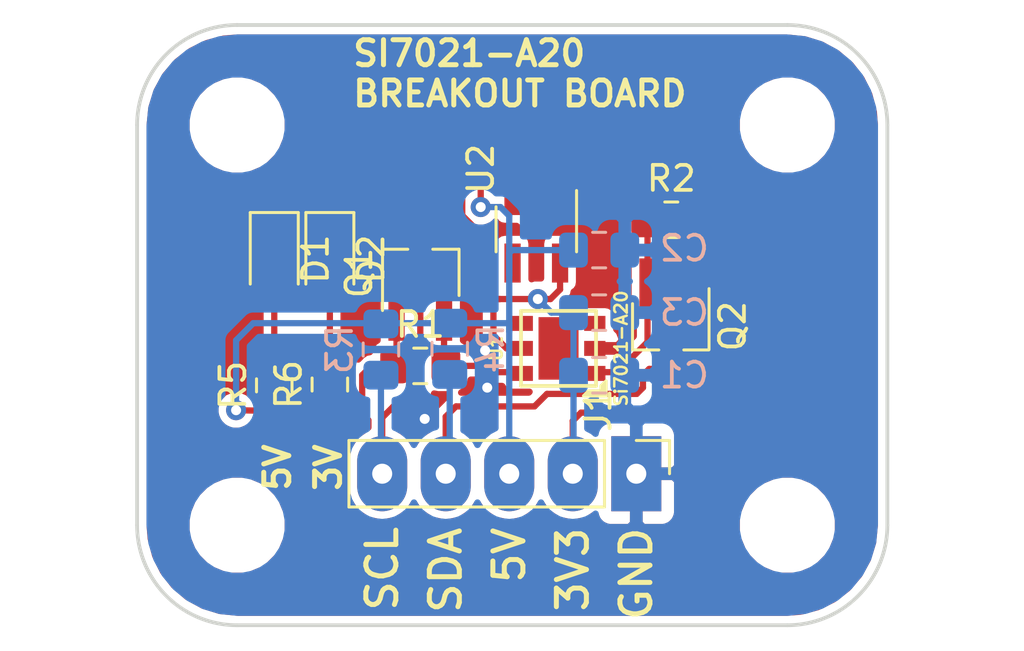
<source format=kicad_pcb>
(kicad_pcb (version 20171130) (host pcbnew 5.0.0-fee4fd1~66~ubuntu18.04.1)

  (general
    (thickness 1.6)
    (drawings 16)
    (tracks 119)
    (zones 0)
    (modules 20)
    (nets 11)
  )

  (page A4)
  (layers
    (0 F.Cu signal)
    (31 B.Cu signal)
    (32 B.Adhes user)
    (33 F.Adhes user)
    (34 B.Paste user)
    (35 F.Paste user)
    (36 B.SilkS user)
    (37 F.SilkS user)
    (38 B.Mask user)
    (39 F.Mask user)
    (40 Dwgs.User user)
    (41 Cmts.User user)
    (42 Eco1.User user)
    (43 Eco2.User user)
    (44 Edge.Cuts user)
    (45 Margin user)
    (46 B.CrtYd user)
    (47 F.CrtYd user)
    (48 B.Fab user)
    (49 F.Fab user)
  )

  (setup
    (last_trace_width 0.25)
    (trace_clearance 0.2)
    (zone_clearance 0.3)
    (zone_45_only no)
    (trace_min 0.2)
    (segment_width 0.2)
    (edge_width 0.15)
    (via_size 0.8)
    (via_drill 0.4)
    (via_min_size 0.4)
    (via_min_drill 0.3)
    (uvia_size 0.3)
    (uvia_drill 0.1)
    (uvias_allowed no)
    (uvia_min_size 0.2)
    (uvia_min_drill 0.1)
    (pcb_text_width 0.3)
    (pcb_text_size 1.5 1.5)
    (mod_edge_width 0.15)
    (mod_text_size 1 1)
    (mod_text_width 0.15)
    (pad_size 1.5 1.3)
    (pad_drill 0)
    (pad_to_mask_clearance 0.2)
    (aux_axis_origin 0 0)
    (visible_elements FFFFFF7F)
    (pcbplotparams
      (layerselection 0x010fc_ffffffff)
      (usegerberextensions false)
      (usegerberattributes false)
      (usegerberadvancedattributes false)
      (creategerberjobfile false)
      (excludeedgelayer true)
      (linewidth 0.100000)
      (plotframeref false)
      (viasonmask false)
      (mode 1)
      (useauxorigin false)
      (hpglpennumber 1)
      (hpglpenspeed 20)
      (hpglpendiameter 15.000000)
      (psnegative false)
      (psa4output false)
      (plotreference true)
      (plotvalue true)
      (plotinvisibletext false)
      (padsonsilk false)
      (subtractmaskfromsilk false)
      (outputformat 1)
      (mirror false)
      (drillshape 1)
      (scaleselection 1)
      (outputdirectory ""))
  )

  (net 0 "")
  (net 1 GND)
  (net 2 +3V3)
  (net 3 +5V)
  (net 4 /SCL)
  (net 5 /SDA)
  (net 6 /SCL_3V3)
  (net 7 /SDA_3V3)
  (net 8 "Net-(D1-Pad2)")
  (net 9 "Net-(D2-Pad2)")
  (net 10 "Net-(U2-Pad4)")

  (net_class Default "This is the default net class."
    (clearance 0.2)
    (trace_width 0.25)
    (via_dia 0.8)
    (via_drill 0.4)
    (uvia_dia 0.3)
    (uvia_drill 0.1)
    (add_net +3V3)
    (add_net +5V)
    (add_net /SCL)
    (add_net /SCL_3V3)
    (add_net /SDA)
    (add_net /SDA_3V3)
    (add_net GND)
    (add_net "Net-(D1-Pad2)")
    (add_net "Net-(D2-Pad2)")
    (add_net "Net-(U2-Pad4)")
  )

  (module Capacitor_SMD:C_0805_2012Metric_Pad1.15x1.40mm_HandSolder (layer B.Cu) (tedit 5B36C52B) (tstamp 5BB90424)
    (at 59.475 40.005)
    (descr "Capacitor SMD 0805 (2012 Metric), square (rectangular) end terminal, IPC_7351 nominal with elongated pad for handsoldering. (Body size source: https://docs.google.com/spreadsheets/d/1BsfQQcO9C6DZCsRaXUlFlo91Tg2WpOkGARC1WS5S8t0/edit?usp=sharing), generated with kicad-footprint-generator")
    (tags "capacitor handsolder")
    (path /5BB8F5AF)
    (attr smd)
    (fp_text reference C1 (at 3.4065 0) (layer B.SilkS)
      (effects (font (size 1 1) (thickness 0.15)) (justify mirror))
    )
    (fp_text value 104 (at 0 -1.65) (layer B.Fab)
      (effects (font (size 1 1) (thickness 0.15)) (justify mirror))
    )
    (fp_text user %R (at 0 0) (layer B.Fab)
      (effects (font (size 0.5 0.5) (thickness 0.08)) (justify mirror))
    )
    (fp_line (start 1.85 -0.95) (end -1.85 -0.95) (layer B.CrtYd) (width 0.05))
    (fp_line (start 1.85 0.95) (end 1.85 -0.95) (layer B.CrtYd) (width 0.05))
    (fp_line (start -1.85 0.95) (end 1.85 0.95) (layer B.CrtYd) (width 0.05))
    (fp_line (start -1.85 -0.95) (end -1.85 0.95) (layer B.CrtYd) (width 0.05))
    (fp_line (start -0.261252 -0.71) (end 0.261252 -0.71) (layer B.SilkS) (width 0.12))
    (fp_line (start -0.261252 0.71) (end 0.261252 0.71) (layer B.SilkS) (width 0.12))
    (fp_line (start 1 -0.6) (end -1 -0.6) (layer B.Fab) (width 0.1))
    (fp_line (start 1 0.6) (end 1 -0.6) (layer B.Fab) (width 0.1))
    (fp_line (start -1 0.6) (end 1 0.6) (layer B.Fab) (width 0.1))
    (fp_line (start -1 -0.6) (end -1 0.6) (layer B.Fab) (width 0.1))
    (pad 2 smd roundrect (at 1.025 0) (size 1.15 1.4) (layers B.Cu B.Paste B.Mask) (roundrect_rratio 0.217391)
      (net 1 GND))
    (pad 1 smd roundrect (at -1.025 0) (size 1.15 1.4) (layers B.Cu B.Paste B.Mask) (roundrect_rratio 0.217391)
      (net 2 +3V3))
    (model ${KISYS3DMOD}/Capacitor_SMD.3dshapes/C_0805_2012Metric.wrl
      (at (xyz 0 0 0))
      (scale (xyz 1 1 1))
      (rotate (xyz 0 0 0))
    )
  )

  (module Capacitor_SMD:C_0805_2012Metric_Pad1.15x1.40mm_HandSolder (layer B.Cu) (tedit 5B36C52B) (tstamp 5BB90435)
    (at 59.475 35)
    (descr "Capacitor SMD 0805 (2012 Metric), square (rectangular) end terminal, IPC_7351 nominal with elongated pad for handsoldering. (Body size source: https://docs.google.com/spreadsheets/d/1BsfQQcO9C6DZCsRaXUlFlo91Tg2WpOkGARC1WS5S8t0/edit?usp=sharing), generated with kicad-footprint-generator")
    (tags "capacitor handsolder")
    (path /5BB8FA2E)
    (attr smd)
    (fp_text reference C2 (at 3.4065 -0.069) (layer B.SilkS)
      (effects (font (size 1 1) (thickness 0.15)) (justify mirror))
    )
    (fp_text value 106 (at 0 -1.65) (layer B.Fab)
      (effects (font (size 1 1) (thickness 0.15)) (justify mirror))
    )
    (fp_text user %R (at 0 0) (layer B.Fab)
      (effects (font (size 0.5 0.5) (thickness 0.08)) (justify mirror))
    )
    (fp_line (start 1.85 -0.95) (end -1.85 -0.95) (layer B.CrtYd) (width 0.05))
    (fp_line (start 1.85 0.95) (end 1.85 -0.95) (layer B.CrtYd) (width 0.05))
    (fp_line (start -1.85 0.95) (end 1.85 0.95) (layer B.CrtYd) (width 0.05))
    (fp_line (start -1.85 -0.95) (end -1.85 0.95) (layer B.CrtYd) (width 0.05))
    (fp_line (start -0.261252 -0.71) (end 0.261252 -0.71) (layer B.SilkS) (width 0.12))
    (fp_line (start -0.261252 0.71) (end 0.261252 0.71) (layer B.SilkS) (width 0.12))
    (fp_line (start 1 -0.6) (end -1 -0.6) (layer B.Fab) (width 0.1))
    (fp_line (start 1 0.6) (end 1 -0.6) (layer B.Fab) (width 0.1))
    (fp_line (start -1 0.6) (end 1 0.6) (layer B.Fab) (width 0.1))
    (fp_line (start -1 -0.6) (end -1 0.6) (layer B.Fab) (width 0.1))
    (pad 2 smd roundrect (at 1.025 0) (size 1.15 1.4) (layers B.Cu B.Paste B.Mask) (roundrect_rratio 0.217391)
      (net 1 GND))
    (pad 1 smd roundrect (at -1.025 0) (size 1.15 1.4) (layers B.Cu B.Paste B.Mask) (roundrect_rratio 0.217391)
      (net 3 +5V))
    (model ${KISYS3DMOD}/Capacitor_SMD.3dshapes/C_0805_2012Metric.wrl
      (at (xyz 0 0 0))
      (scale (xyz 1 1 1))
      (rotate (xyz 0 0 0))
    )
  )

  (module Capacitor_SMD:C_0805_2012Metric_Pad1.15x1.40mm_HandSolder (layer B.Cu) (tedit 5B36C52B) (tstamp 5BB90988)
    (at 59.475 37.5)
    (descr "Capacitor SMD 0805 (2012 Metric), square (rectangular) end terminal, IPC_7351 nominal with elongated pad for handsoldering. (Body size source: https://docs.google.com/spreadsheets/d/1BsfQQcO9C6DZCsRaXUlFlo91Tg2WpOkGARC1WS5S8t0/edit?usp=sharing), generated with kicad-footprint-generator")
    (tags "capacitor handsolder")
    (path /5BB8FBAE)
    (attr smd)
    (fp_text reference C3 (at 3.4065 0) (layer B.SilkS)
      (effects (font (size 1 1) (thickness 0.15)) (justify mirror))
    )
    (fp_text value 106 (at 0 -1.65) (layer B.Fab)
      (effects (font (size 1 1) (thickness 0.15)) (justify mirror))
    )
    (fp_text user %R (at 0 0) (layer B.Fab)
      (effects (font (size 0.5 0.5) (thickness 0.08)) (justify mirror))
    )
    (fp_line (start 1.85 -0.95) (end -1.85 -0.95) (layer B.CrtYd) (width 0.05))
    (fp_line (start 1.85 0.95) (end 1.85 -0.95) (layer B.CrtYd) (width 0.05))
    (fp_line (start -1.85 0.95) (end 1.85 0.95) (layer B.CrtYd) (width 0.05))
    (fp_line (start -1.85 -0.95) (end -1.85 0.95) (layer B.CrtYd) (width 0.05))
    (fp_line (start -0.261252 -0.71) (end 0.261252 -0.71) (layer B.SilkS) (width 0.12))
    (fp_line (start -0.261252 0.71) (end 0.261252 0.71) (layer B.SilkS) (width 0.12))
    (fp_line (start 1 -0.6) (end -1 -0.6) (layer B.Fab) (width 0.1))
    (fp_line (start 1 0.6) (end 1 -0.6) (layer B.Fab) (width 0.1))
    (fp_line (start -1 0.6) (end 1 0.6) (layer B.Fab) (width 0.1))
    (fp_line (start -1 -0.6) (end -1 0.6) (layer B.Fab) (width 0.1))
    (pad 2 smd roundrect (at 1.025 0) (size 1.15 1.4) (layers B.Cu B.Paste B.Mask) (roundrect_rratio 0.217391)
      (net 1 GND))
    (pad 1 smd roundrect (at -1.025 0) (size 1.15 1.4) (layers B.Cu B.Paste B.Mask) (roundrect_rratio 0.217391)
      (net 2 +3V3))
    (model ${KISYS3DMOD}/Capacitor_SMD.3dshapes/C_0805_2012Metric.wrl
      (at (xyz 0 0 0))
      (scale (xyz 1 1 1))
      (rotate (xyz 0 0 0))
    )
  )

  (module footprint-lib.pretty:Pin_Header_Straight_1x05_Pitch2.54mm (layer F.Cu) (tedit 5BBF56FE) (tstamp 5BB9045F)
    (at 60.96 43.942 270)
    (descr "Through hole straight pin header, 1x05, 2.54mm pitch, single row")
    (tags "Through hole pin header THT 1x05 2.54mm single row")
    (path /5BB9B6E3)
    (fp_text reference J1 (at -2.54 1.524 90) (layer F.SilkS)
      (effects (font (size 1 1) (thickness 0.15)))
    )
    (fp_text value Conn_01x05 (at 0 12.49 270) (layer F.Fab)
      (effects (font (size 1 1) (thickness 0.15)))
    )
    (fp_text user %R (at 0 5.08) (layer F.Fab)
      (effects (font (size 1 1) (thickness 0.15)))
    )
    (fp_line (start 1.8 -1.8) (end -1.8 -1.8) (layer F.CrtYd) (width 0.05))
    (fp_line (start 1.8 11.95) (end 1.8 -1.8) (layer F.CrtYd) (width 0.05))
    (fp_line (start -1.8 11.95) (end 1.8 11.95) (layer F.CrtYd) (width 0.05))
    (fp_line (start -1.8 -1.8) (end -1.8 11.95) (layer F.CrtYd) (width 0.05))
    (fp_line (start -1.33 -1.33) (end 0 -1.33) (layer F.SilkS) (width 0.12))
    (fp_line (start -1.33 0) (end -1.33 -1.33) (layer F.SilkS) (width 0.12))
    (fp_line (start -1.33 1.27) (end 1.33 1.27) (layer F.SilkS) (width 0.12))
    (fp_line (start 1.33 1.27) (end 1.33 11.49) (layer F.SilkS) (width 0.12))
    (fp_line (start -1.33 1.27) (end -1.33 11.49) (layer F.SilkS) (width 0.12))
    (fp_line (start -1.33 11.49) (end 1.33 11.49) (layer F.SilkS) (width 0.12))
    (fp_line (start -1.27 -0.635) (end -0.635 -1.27) (layer F.Fab) (width 0.1))
    (fp_line (start -1.27 11.43) (end -1.27 -0.635) (layer F.Fab) (width 0.1))
    (fp_line (start 1.27 11.43) (end -1.27 11.43) (layer F.Fab) (width 0.1))
    (fp_line (start 1.27 -1.27) (end 1.27 11.43) (layer F.Fab) (width 0.1))
    (fp_line (start -0.635 -1.27) (end 1.27 -1.27) (layer F.Fab) (width 0.1))
    (pad 5 thru_hole oval (at 0 10.16 270) (size 3 2) (drill 0.8) (layers *.Cu *.Mask)
      (net 4 /SCL))
    (pad 4 thru_hole oval (at 0 7.62 270) (size 3 2) (drill 0.8) (layers *.Cu *.Mask)
      (net 5 /SDA))
    (pad 3 thru_hole oval (at 0 5.08 270) (size 3 2) (drill 0.8) (layers *.Cu *.Mask)
      (net 3 +5V))
    (pad 2 thru_hole oval (at 0 2.54 270) (size 3 2) (drill 0.8) (layers *.Cu *.Mask)
      (net 2 +3V3))
    (pad 1 thru_hole rect (at 0 0 270) (size 3 2) (drill 0.8) (layers *.Cu *.Mask)
      (net 1 GND))
    (model /usr/share/kicad/modules/packages3d/Connector_PinHeader_2.54mm.3dshapes/PinHeader_1x05_P2.54mm_Vertical.wrl
      (at (xyz 0 0 0))
      (scale (xyz 1 1 1))
      (rotate (xyz 0 0 0))
    )
  )

  (module Package_TO_SOT_SMD:SOT-23-5_HandSoldering (layer F.Cu) (tedit 5A0AB76C) (tstamp 5BB904FB)
    (at 56.962 34.1685 270)
    (descr "5-pin SOT23 package")
    (tags "SOT-23-5 hand-soldering")
    (path /5BB8F97A)
    (attr smd)
    (fp_text reference U2 (at -2.413 2.2225 270) (layer F.SilkS)
      (effects (font (size 1 1) (thickness 0.15)))
    )
    (fp_text value MIC5225-3.3 (at 0 2.9 270) (layer F.Fab)
      (effects (font (size 1 1) (thickness 0.15)))
    )
    (fp_line (start 2.38 1.8) (end -2.38 1.8) (layer F.CrtYd) (width 0.05))
    (fp_line (start 2.38 1.8) (end 2.38 -1.8) (layer F.CrtYd) (width 0.05))
    (fp_line (start -2.38 -1.8) (end -2.38 1.8) (layer F.CrtYd) (width 0.05))
    (fp_line (start -2.38 -1.8) (end 2.38 -1.8) (layer F.CrtYd) (width 0.05))
    (fp_line (start 0.9 -1.55) (end 0.9 1.55) (layer F.Fab) (width 0.1))
    (fp_line (start 0.9 1.55) (end -0.9 1.55) (layer F.Fab) (width 0.1))
    (fp_line (start -0.9 -0.9) (end -0.9 1.55) (layer F.Fab) (width 0.1))
    (fp_line (start 0.9 -1.55) (end -0.25 -1.55) (layer F.Fab) (width 0.1))
    (fp_line (start -0.9 -0.9) (end -0.25 -1.55) (layer F.Fab) (width 0.1))
    (fp_line (start 0.9 -1.61) (end -1.55 -1.61) (layer F.SilkS) (width 0.12))
    (fp_line (start -0.9 1.61) (end 0.9 1.61) (layer F.SilkS) (width 0.12))
    (fp_text user %R (at 0 0) (layer F.Fab)
      (effects (font (size 0.5 0.5) (thickness 0.075)))
    )
    (pad 5 smd rect (at 1.35 -0.95 270) (size 1.56 0.65) (layers F.Cu F.Paste F.Mask)
      (net 2 +3V3))
    (pad 4 smd rect (at 1.35 0.95 270) (size 1.56 0.65) (layers F.Cu F.Paste F.Mask)
      (net 10 "Net-(U2-Pad4)"))
    (pad 3 smd rect (at -1.35 0.95 270) (size 1.56 0.65) (layers F.Cu F.Paste F.Mask)
      (net 3 +5V))
    (pad 2 smd rect (at -1.35 0 270) (size 1.56 0.65) (layers F.Cu F.Paste F.Mask)
      (net 1 GND))
    (pad 1 smd rect (at -1.35 -0.95 270) (size 1.56 0.65) (layers F.Cu F.Paste F.Mask)
      (net 3 +5V))
    (model ${KISYS3DMOD}/Package_TO_SOT_SMD.3dshapes/SOT-23-5.wrl
      (at (xyz 0 0 0))
      (scale (xyz 1 1 1))
      (rotate (xyz 0 0 0))
    )
  )

  (module w_smd_qfn:dfn6-3x3 (layer F.Cu) (tedit 5BBF4FA8) (tstamp 5BB904E6)
    (at 57.851 38.931 90)
    (descr "Plastic DFN, Silicon Labs 6pin 3x3mm")
    (path /5BB8F467)
    (clearance 0.2)
    (fp_text reference U1 (at 0 -2.5 90) (layer F.SilkS)
      (effects (font (size 0.5 0.5) (thickness 0.1)))
    )
    (fp_text value Si7021-A20 (at 0 2.5 90) (layer F.SilkS)
      (effects (font (size 0.5 0.5) (thickness 0.1)))
    )
    (fp_line (start -1.5 1.5) (end -1.5 -1.5) (layer F.SilkS) (width 0.15))
    (fp_line (start 1.5 -1.5) (end 1.5 1.5) (layer F.SilkS) (width 0.15))
    (fp_line (start -1.5 1.5) (end 1.5 1.5) (layer F.SilkS) (width 0.15))
    (fp_line (start -1.5 -1.5) (end 1.5 -1.5) (layer F.SilkS) (width 0.15))
    (fp_line (start -1.3 1.9) (end -1.9 1.9) (layer F.SilkS) (width 0.127))
    (fp_line (start -1.5 1.7) (end -1.3 1.9) (layer F.SilkS) (width 0.127))
    (fp_line (start -1.7 1.7) (end -1.5 1.7) (layer F.SilkS) (width 0.127))
    (fp_line (start -1.9 1) (end -1.9 1.9) (layer F.SilkS) (width 0.127))
    (fp_line (start -1.7 1.2) (end -1.9 1) (layer F.SilkS) (width 0.127))
    (fp_line (start -1.7 1.7) (end -1.7 1.2) (layer F.SilkS) (width 0.127))
    (fp_line (start -1.8 1.8) (end -1.8 1.1) (layer F.SilkS) (width 0.127))
    (fp_line (start -1.4 1.8) (end -1.8 1.8) (layer F.SilkS) (width 0.127))
    (pad 7 smd rect (at 0 0 90) (size 2.5 1.6) (layers F.Cu F.Paste F.Mask)
      (solder_mask_margin 0.07) (solder_paste_margin -0.1))
    (pad 6 smd rect (at -1 -1.45 90) (size 0.6 0.85) (layers F.Cu F.Paste F.Mask)
      (net 6 /SCL_3V3) (solder_mask_margin 0.07))
    (pad 5 smd rect (at 0 -1.45 90) (size 0.6 0.85) (layers F.Cu F.Paste F.Mask)
      (net 2 +3V3) (solder_mask_margin 0.07))
    (pad 4 smd rect (at 1 -1.45 90) (size 0.6 0.85) (layers F.Cu F.Paste F.Mask)
      (solder_mask_margin 0.07))
    (pad 3 smd rect (at 1 1.45 90) (size 0.6 0.85) (layers F.Cu F.Paste F.Mask)
      (solder_mask_margin 0.07))
    (pad 2 smd rect (at 0 1.45 90) (size 0.6 0.85) (layers F.Cu F.Paste F.Mask)
      (net 1 GND) (solder_mask_margin 0.07))
    (pad 1 smd rect (at -1 1.45 90) (size 0.6 0.85) (layers F.Cu F.Paste F.Mask)
      (net 7 /SDA_3V3) (solder_mask_margin 0.07))
    (model ${HOME}/_workspace/kicad/kicad_library/smisioto-footprints/modules/packages3d/walter/smd_qfn/dfn6-3x3.wrl
      (at (xyz 0 0 0))
      (scale (xyz 1 1 1))
      (rotate (xyz 0 0 0))
    )
  )

  (module Package_TO_SOT_SMD:TSOT-23_HandSoldering (layer F.Cu) (tedit 5A02FF57) (tstamp 5BB92907)
    (at 52.323235 35.915484 90)
    (descr "5-pin TSOT23 package, http://cds.linear.com/docs/en/packaging/SOT_5_05-08-1635.pdf")
    (tags "TSOT-23 Hand-soldering")
    (path /5BB918D7)
    (attr smd)
    (fp_text reference Q1 (at 0 -2.45 90) (layer F.SilkS)
      (effects (font (size 1 1) (thickness 0.15)))
    )
    (fp_text value BSS138 (at 0 2.5 90) (layer F.Fab)
      (effects (font (size 1 1) (thickness 0.15)))
    )
    (fp_line (start 2.96 1.7) (end -2.96 1.7) (layer F.CrtYd) (width 0.05))
    (fp_line (start 2.96 1.7) (end 2.96 -1.7) (layer F.CrtYd) (width 0.05))
    (fp_line (start -2.96 -1.7) (end -2.96 1.7) (layer F.CrtYd) (width 0.05))
    (fp_line (start -2.96 -1.7) (end 2.96 -1.7) (layer F.CrtYd) (width 0.05))
    (fp_line (start 0.88 -1.45) (end 0.88 1.45) (layer F.Fab) (width 0.1))
    (fp_line (start 0.88 1.45) (end -0.88 1.45) (layer F.Fab) (width 0.1))
    (fp_line (start -0.88 -1) (end -0.88 1.45) (layer F.Fab) (width 0.1))
    (fp_line (start 0.88 -1.45) (end -0.43 -1.45) (layer F.Fab) (width 0.1))
    (fp_line (start -0.88 -1) (end -0.43 -1.45) (layer F.Fab) (width 0.1))
    (fp_line (start 0.93 -1.51) (end -1.5 -1.51) (layer F.SilkS) (width 0.12))
    (fp_line (start 0.95 -1.5) (end 0.95 -0.5) (layer F.SilkS) (width 0.12))
    (fp_line (start 0.95 1.55) (end -0.9 1.55) (layer F.SilkS) (width 0.12))
    (fp_line (start 0.95 0.5) (end 0.95 1.55) (layer F.SilkS) (width 0.12))
    (fp_text user %R (at 0 0 180) (layer F.Fab)
      (effects (font (size 0.5 0.5) (thickness 0.075)))
    )
    (pad 3 smd rect (at 1.71 0 90) (size 2 0.65) (layers F.Cu F.Paste F.Mask)
      (net 4 /SCL))
    (pad 2 smd rect (at -1.71 0.95 90) (size 2 0.65) (layers F.Cu F.Paste F.Mask)
      (net 6 /SCL_3V3))
    (pad 1 smd rect (at -1.71 -0.95 90) (size 2 0.65) (layers F.Cu F.Paste F.Mask)
      (net 2 +3V3))
    (model ${KISYS3DMOD}/Package_TO_SOT_SMD.3dshapes/TSOT-23.wrl
      (at (xyz 0 0 0))
      (scale (xyz 1 1 1))
      (rotate (xyz 0 0 0))
    )
  )

  (module Package_TO_SOT_SMD:TSOT-23_HandSoldering (layer F.Cu) (tedit 5A02FF57) (tstamp 5BB90F63)
    (at 62.3595 38.042 270)
    (descr "5-pin TSOT23 package, http://cds.linear.com/docs/en/packaging/SOT_5_05-08-1635.pdf")
    (tags "TSOT-23 Hand-soldering")
    (path /5BB919FC)
    (attr smd)
    (fp_text reference Q2 (at 0 -2.45 270) (layer F.SilkS)
      (effects (font (size 1 1) (thickness 0.15)))
    )
    (fp_text value BSS138 (at 0 2.5 270) (layer F.Fab)
      (effects (font (size 1 1) (thickness 0.15)))
    )
    (fp_line (start 2.96 1.7) (end -2.96 1.7) (layer F.CrtYd) (width 0.05))
    (fp_line (start 2.96 1.7) (end 2.96 -1.7) (layer F.CrtYd) (width 0.05))
    (fp_line (start -2.96 -1.7) (end -2.96 1.7) (layer F.CrtYd) (width 0.05))
    (fp_line (start -2.96 -1.7) (end 2.96 -1.7) (layer F.CrtYd) (width 0.05))
    (fp_line (start 0.88 -1.45) (end 0.88 1.45) (layer F.Fab) (width 0.1))
    (fp_line (start 0.88 1.45) (end -0.88 1.45) (layer F.Fab) (width 0.1))
    (fp_line (start -0.88 -1) (end -0.88 1.45) (layer F.Fab) (width 0.1))
    (fp_line (start 0.88 -1.45) (end -0.43 -1.45) (layer F.Fab) (width 0.1))
    (fp_line (start -0.88 -1) (end -0.43 -1.45) (layer F.Fab) (width 0.1))
    (fp_line (start 0.93 -1.51) (end -1.5 -1.51) (layer F.SilkS) (width 0.12))
    (fp_line (start 0.95 -1.5) (end 0.95 -0.5) (layer F.SilkS) (width 0.12))
    (fp_line (start 0.95 1.55) (end -0.9 1.55) (layer F.SilkS) (width 0.12))
    (fp_line (start 0.95 0.5) (end 0.95 1.55) (layer F.SilkS) (width 0.12))
    (fp_text user %R (at 0 0) (layer F.Fab)
      (effects (font (size 0.5 0.5) (thickness 0.075)))
    )
    (pad 3 smd rect (at 1.71 0 270) (size 2 0.65) (layers F.Cu F.Paste F.Mask)
      (net 5 /SDA))
    (pad 2 smd rect (at -1.71 0.95 270) (size 2 0.65) (layers F.Cu F.Paste F.Mask)
      (net 7 /SDA_3V3))
    (pad 1 smd rect (at -1.71 -0.95 270) (size 2 0.65) (layers F.Cu F.Paste F.Mask)
      (net 2 +3V3))
    (model ${KISYS3DMOD}/Package_TO_SOT_SMD.3dshapes/TSOT-23.wrl
      (at (xyz 0 0 0))
      (scale (xyz 1 1 1))
      (rotate (xyz 0 0 0))
    )
  )

  (module LED_SMD:LED_0805_2012Metric_Pad1.15x1.40mm_HandSolder (layer F.Cu) (tedit 5B4B45C9) (tstamp 5BB91586)
    (at 46.4845 35.3585 270)
    (descr "LED SMD 0805 (2012 Metric), square (rectangular) end terminal, IPC_7351 nominal, (Body size source: https://docs.google.com/spreadsheets/d/1BsfQQcO9C6DZCsRaXUlFlo91Tg2WpOkGARC1WS5S8t0/edit?usp=sharing), generated with kicad-footprint-generator")
    (tags "LED handsolder")
    (path /5BBA4FE1)
    (attr smd)
    (fp_text reference D1 (at 0 -1.65 270) (layer F.SilkS)
      (effects (font (size 1 1) (thickness 0.15)))
    )
    (fp_text value LED (at 0 1.65 270) (layer F.Fab)
      (effects (font (size 1 1) (thickness 0.15)))
    )
    (fp_text user %R (at 0 0 270) (layer F.Fab)
      (effects (font (size 0.5 0.5) (thickness 0.08)))
    )
    (fp_line (start 1.85 0.95) (end -1.85 0.95) (layer F.CrtYd) (width 0.05))
    (fp_line (start 1.85 -0.95) (end 1.85 0.95) (layer F.CrtYd) (width 0.05))
    (fp_line (start -1.85 -0.95) (end 1.85 -0.95) (layer F.CrtYd) (width 0.05))
    (fp_line (start -1.85 0.95) (end -1.85 -0.95) (layer F.CrtYd) (width 0.05))
    (fp_line (start -1.86 0.96) (end 1 0.96) (layer F.SilkS) (width 0.12))
    (fp_line (start -1.86 -0.96) (end -1.86 0.96) (layer F.SilkS) (width 0.12))
    (fp_line (start 1 -0.96) (end -1.86 -0.96) (layer F.SilkS) (width 0.12))
    (fp_line (start 1 0.6) (end 1 -0.6) (layer F.Fab) (width 0.1))
    (fp_line (start -1 0.6) (end 1 0.6) (layer F.Fab) (width 0.1))
    (fp_line (start -1 -0.3) (end -1 0.6) (layer F.Fab) (width 0.1))
    (fp_line (start -0.7 -0.6) (end -1 -0.3) (layer F.Fab) (width 0.1))
    (fp_line (start 1 -0.6) (end -0.7 -0.6) (layer F.Fab) (width 0.1))
    (pad 2 smd roundrect (at 1.025 0 270) (size 1.15 1.4) (layers F.Cu F.Paste F.Mask) (roundrect_rratio 0.217391)
      (net 8 "Net-(D1-Pad2)"))
    (pad 1 smd roundrect (at -1.025 0 270) (size 1.15 1.4) (layers F.Cu F.Paste F.Mask) (roundrect_rratio 0.217391)
      (net 1 GND))
    (model ${KISYS3DMOD}/LED_SMD.3dshapes/LED_0805_2012Metric.wrl
      (at (xyz 0 0 0))
      (scale (xyz 1 1 1))
      (rotate (xyz 0 0 0))
    )
  )

  (module LED_SMD:LED_0805_2012Metric_Pad1.15x1.40mm_HandSolder (layer F.Cu) (tedit 5B4B45C9) (tstamp 5BB9159B)
    (at 48.707 35.3585 270)
    (descr "LED SMD 0805 (2012 Metric), square (rectangular) end terminal, IPC_7351 nominal, (Body size source: https://docs.google.com/spreadsheets/d/1BsfQQcO9C6DZCsRaXUlFlo91Tg2WpOkGARC1WS5S8t0/edit?usp=sharing), generated with kicad-footprint-generator")
    (tags "LED handsolder")
    (path /5BBA505F)
    (attr smd)
    (fp_text reference D2 (at 0 -1.65 270) (layer F.SilkS)
      (effects (font (size 1 1) (thickness 0.15)))
    )
    (fp_text value LED (at 0 1.65 270) (layer F.Fab)
      (effects (font (size 1 1) (thickness 0.15)))
    )
    (fp_text user %R (at 0 0 270) (layer F.Fab)
      (effects (font (size 0.5 0.5) (thickness 0.08)))
    )
    (fp_line (start 1.85 0.95) (end -1.85 0.95) (layer F.CrtYd) (width 0.05))
    (fp_line (start 1.85 -0.95) (end 1.85 0.95) (layer F.CrtYd) (width 0.05))
    (fp_line (start -1.85 -0.95) (end 1.85 -0.95) (layer F.CrtYd) (width 0.05))
    (fp_line (start -1.85 0.95) (end -1.85 -0.95) (layer F.CrtYd) (width 0.05))
    (fp_line (start -1.86 0.96) (end 1 0.96) (layer F.SilkS) (width 0.12))
    (fp_line (start -1.86 -0.96) (end -1.86 0.96) (layer F.SilkS) (width 0.12))
    (fp_line (start 1 -0.96) (end -1.86 -0.96) (layer F.SilkS) (width 0.12))
    (fp_line (start 1 0.6) (end 1 -0.6) (layer F.Fab) (width 0.1))
    (fp_line (start -1 0.6) (end 1 0.6) (layer F.Fab) (width 0.1))
    (fp_line (start -1 -0.3) (end -1 0.6) (layer F.Fab) (width 0.1))
    (fp_line (start -0.7 -0.6) (end -1 -0.3) (layer F.Fab) (width 0.1))
    (fp_line (start 1 -0.6) (end -0.7 -0.6) (layer F.Fab) (width 0.1))
    (pad 2 smd roundrect (at 1.025 0 270) (size 1.15 1.4) (layers F.Cu F.Paste F.Mask) (roundrect_rratio 0.217391)
      (net 9 "Net-(D2-Pad2)"))
    (pad 1 smd roundrect (at -1.025 0 270) (size 1.15 1.4) (layers F.Cu F.Paste F.Mask) (roundrect_rratio 0.217391)
      (net 1 GND))
    (model ${KISYS3DMOD}/LED_SMD.3dshapes/LED_0805_2012Metric.wrl
      (at (xyz 0 0 0))
      (scale (xyz 1 1 1))
      (rotate (xyz 0 0 0))
    )
  )

  (module Resistor_SMD:R_0805_2012Metric_Pad1.15x1.40mm_HandSolder (layer F.Cu) (tedit 5B36C52B) (tstamp 5BB9049A)
    (at 52.323235 39.6295)
    (descr "Resistor SMD 0805 (2012 Metric), square (rectangular) end terminal, IPC_7351 nominal with elongated pad for handsoldering. (Body size source: https://docs.google.com/spreadsheets/d/1BsfQQcO9C6DZCsRaXUlFlo91Tg2WpOkGARC1WS5S8t0/edit?usp=sharing), generated with kicad-footprint-generator")
    (tags "resistor handsolder")
    (path /5BB91F81)
    (attr smd)
    (fp_text reference R1 (at 0 -1.65) (layer F.SilkS)
      (effects (font (size 1 1) (thickness 0.15)))
    )
    (fp_text value 103 (at 0 1.65) (layer F.Fab)
      (effects (font (size 1 1) (thickness 0.15)))
    )
    (fp_text user %R (at 0 0) (layer F.Fab)
      (effects (font (size 0.5 0.5) (thickness 0.08)))
    )
    (fp_line (start 1.85 0.95) (end -1.85 0.95) (layer F.CrtYd) (width 0.05))
    (fp_line (start 1.85 -0.95) (end 1.85 0.95) (layer F.CrtYd) (width 0.05))
    (fp_line (start -1.85 -0.95) (end 1.85 -0.95) (layer F.CrtYd) (width 0.05))
    (fp_line (start -1.85 0.95) (end -1.85 -0.95) (layer F.CrtYd) (width 0.05))
    (fp_line (start -0.261252 0.71) (end 0.261252 0.71) (layer F.SilkS) (width 0.12))
    (fp_line (start -0.261252 -0.71) (end 0.261252 -0.71) (layer F.SilkS) (width 0.12))
    (fp_line (start 1 0.6) (end -1 0.6) (layer F.Fab) (width 0.1))
    (fp_line (start 1 -0.6) (end 1 0.6) (layer F.Fab) (width 0.1))
    (fp_line (start -1 -0.6) (end 1 -0.6) (layer F.Fab) (width 0.1))
    (fp_line (start -1 0.6) (end -1 -0.6) (layer F.Fab) (width 0.1))
    (pad 2 smd roundrect (at 1.025 0) (size 1.15 1.4) (layers F.Cu F.Paste F.Mask) (roundrect_rratio 0.217391)
      (net 6 /SCL_3V3))
    (pad 1 smd roundrect (at -1.025 0) (size 1.15 1.4) (layers F.Cu F.Paste F.Mask) (roundrect_rratio 0.217391)
      (net 2 +3V3))
    (model ${KISYS3DMOD}/Resistor_SMD.3dshapes/R_0805_2012Metric.wrl
      (at (xyz 0 0 0))
      (scale (xyz 1 1 1))
      (rotate (xyz 0 0 0))
    )
  )

  (module Resistor_SMD:R_0805_2012Metric_Pad1.15x1.40mm_HandSolder (layer F.Cu) (tedit 5B36C52B) (tstamp 5BB904AB)
    (at 62.3595 33.7875)
    (descr "Resistor SMD 0805 (2012 Metric), square (rectangular) end terminal, IPC_7351 nominal with elongated pad for handsoldering. (Body size source: https://docs.google.com/spreadsheets/d/1BsfQQcO9C6DZCsRaXUlFlo91Tg2WpOkGARC1WS5S8t0/edit?usp=sharing), generated with kicad-footprint-generator")
    (tags "resistor handsolder")
    (path /5BB91FE1)
    (attr smd)
    (fp_text reference R2 (at 0 -1.65) (layer F.SilkS)
      (effects (font (size 1 1) (thickness 0.15)))
    )
    (fp_text value 103 (at 0 1.65) (layer F.Fab)
      (effects (font (size 1 1) (thickness 0.15)))
    )
    (fp_text user %R (at 0 0) (layer F.Fab)
      (effects (font (size 0.5 0.5) (thickness 0.08)))
    )
    (fp_line (start 1.85 0.95) (end -1.85 0.95) (layer F.CrtYd) (width 0.05))
    (fp_line (start 1.85 -0.95) (end 1.85 0.95) (layer F.CrtYd) (width 0.05))
    (fp_line (start -1.85 -0.95) (end 1.85 -0.95) (layer F.CrtYd) (width 0.05))
    (fp_line (start -1.85 0.95) (end -1.85 -0.95) (layer F.CrtYd) (width 0.05))
    (fp_line (start -0.261252 0.71) (end 0.261252 0.71) (layer F.SilkS) (width 0.12))
    (fp_line (start -0.261252 -0.71) (end 0.261252 -0.71) (layer F.SilkS) (width 0.12))
    (fp_line (start 1 0.6) (end -1 0.6) (layer F.Fab) (width 0.1))
    (fp_line (start 1 -0.6) (end 1 0.6) (layer F.Fab) (width 0.1))
    (fp_line (start -1 -0.6) (end 1 -0.6) (layer F.Fab) (width 0.1))
    (fp_line (start -1 0.6) (end -1 -0.6) (layer F.Fab) (width 0.1))
    (pad 2 smd roundrect (at 1.025 0) (size 1.15 1.4) (layers F.Cu F.Paste F.Mask) (roundrect_rratio 0.217391)
      (net 2 +3V3))
    (pad 1 smd roundrect (at -1.025 0) (size 1.15 1.4) (layers F.Cu F.Paste F.Mask) (roundrect_rratio 0.217391)
      (net 7 /SDA_3V3))
    (model ${KISYS3DMOD}/Resistor_SMD.3dshapes/R_0805_2012Metric.wrl
      (at (xyz 0 0 0))
      (scale (xyz 1 1 1))
      (rotate (xyz 0 0 0))
    )
  )

  (module Resistor_SMD:R_0805_2012Metric_Pad1.15x1.40mm_HandSolder (layer B.Cu) (tedit 5B36C52B) (tstamp 5BB90936)
    (at 50.75 38.975 270)
    (descr "Resistor SMD 0805 (2012 Metric), square (rectangular) end terminal, IPC_7351 nominal with elongated pad for handsoldering. (Body size source: https://docs.google.com/spreadsheets/d/1BsfQQcO9C6DZCsRaXUlFlo91Tg2WpOkGARC1WS5S8t0/edit?usp=sharing), generated with kicad-footprint-generator")
    (tags "resistor handsolder")
    (path /5BB9207D)
    (attr smd)
    (fp_text reference R3 (at 0 1.65 270) (layer B.SilkS)
      (effects (font (size 1 1) (thickness 0.15)) (justify mirror))
    )
    (fp_text value 103 (at 0 -1.65 270) (layer B.Fab)
      (effects (font (size 1 1) (thickness 0.15)) (justify mirror))
    )
    (fp_text user %R (at 0 0 270) (layer B.Fab)
      (effects (font (size 0.5 0.5) (thickness 0.08)) (justify mirror))
    )
    (fp_line (start 1.85 -0.95) (end -1.85 -0.95) (layer B.CrtYd) (width 0.05))
    (fp_line (start 1.85 0.95) (end 1.85 -0.95) (layer B.CrtYd) (width 0.05))
    (fp_line (start -1.85 0.95) (end 1.85 0.95) (layer B.CrtYd) (width 0.05))
    (fp_line (start -1.85 -0.95) (end -1.85 0.95) (layer B.CrtYd) (width 0.05))
    (fp_line (start -0.261252 -0.71) (end 0.261252 -0.71) (layer B.SilkS) (width 0.12))
    (fp_line (start -0.261252 0.71) (end 0.261252 0.71) (layer B.SilkS) (width 0.12))
    (fp_line (start 1 -0.6) (end -1 -0.6) (layer B.Fab) (width 0.1))
    (fp_line (start 1 0.6) (end 1 -0.6) (layer B.Fab) (width 0.1))
    (fp_line (start -1 0.6) (end 1 0.6) (layer B.Fab) (width 0.1))
    (fp_line (start -1 -0.6) (end -1 0.6) (layer B.Fab) (width 0.1))
    (pad 2 smd roundrect (at 1.025 0 270) (size 1.15 1.4) (layers B.Cu B.Paste B.Mask) (roundrect_rratio 0.217391)
      (net 4 /SCL))
    (pad 1 smd roundrect (at -1.025 0 270) (size 1.15 1.4) (layers B.Cu B.Paste B.Mask) (roundrect_rratio 0.217391)
      (net 3 +5V))
    (model ${KISYS3DMOD}/Resistor_SMD.3dshapes/R_0805_2012Metric.wrl
      (at (xyz 0 0 0))
      (scale (xyz 1 1 1))
      (rotate (xyz 0 0 0))
    )
  )

  (module Resistor_SMD:R_0805_2012Metric_Pad1.15x1.40mm_HandSolder (layer B.Cu) (tedit 5B36C52B) (tstamp 5BC0DB80)
    (at 53.5 38.9475 90)
    (descr "Resistor SMD 0805 (2012 Metric), square (rectangular) end terminal, IPC_7351 nominal with elongated pad for handsoldering. (Body size source: https://docs.google.com/spreadsheets/d/1BsfQQcO9C6DZCsRaXUlFlo91Tg2WpOkGARC1WS5S8t0/edit?usp=sharing), generated with kicad-footprint-generator")
    (tags "resistor handsolder")
    (path /5BB9202B)
    (attr smd)
    (fp_text reference R4 (at 0 1.65 90) (layer B.SilkS)
      (effects (font (size 1 1) (thickness 0.15)) (justify mirror))
    )
    (fp_text value 103 (at 0 -1.65 90) (layer B.Fab)
      (effects (font (size 1 1) (thickness 0.15)) (justify mirror))
    )
    (fp_text user %R (at 0 0 90) (layer B.Fab)
      (effects (font (size 0.5 0.5) (thickness 0.08)) (justify mirror))
    )
    (fp_line (start 1.85 -0.95) (end -1.85 -0.95) (layer B.CrtYd) (width 0.05))
    (fp_line (start 1.85 0.95) (end 1.85 -0.95) (layer B.CrtYd) (width 0.05))
    (fp_line (start -1.85 0.95) (end 1.85 0.95) (layer B.CrtYd) (width 0.05))
    (fp_line (start -1.85 -0.95) (end -1.85 0.95) (layer B.CrtYd) (width 0.05))
    (fp_line (start -0.261252 -0.71) (end 0.261252 -0.71) (layer B.SilkS) (width 0.12))
    (fp_line (start -0.261252 0.71) (end 0.261252 0.71) (layer B.SilkS) (width 0.12))
    (fp_line (start 1 -0.6) (end -1 -0.6) (layer B.Fab) (width 0.1))
    (fp_line (start 1 0.6) (end 1 -0.6) (layer B.Fab) (width 0.1))
    (fp_line (start -1 0.6) (end 1 0.6) (layer B.Fab) (width 0.1))
    (fp_line (start -1 -0.6) (end -1 0.6) (layer B.Fab) (width 0.1))
    (pad 2 smd roundrect (at 1.025 0 90) (size 1.15 1.4) (layers B.Cu B.Paste B.Mask) (roundrect_rratio 0.217391)
      (net 3 +5V))
    (pad 1 smd roundrect (at -1.025 0 90) (size 1.15 1.4) (layers B.Cu B.Paste B.Mask) (roundrect_rratio 0.217391)
      (net 5 /SDA))
    (model ${KISYS3DMOD}/Resistor_SMD.3dshapes/R_0805_2012Metric.wrl
      (at (xyz 0 0 0))
      (scale (xyz 1 1 1))
      (rotate (xyz 0 0 0))
    )
  )

  (module Resistor_SMD:R_0805_2012Metric_Pad1.15x1.40mm_HandSolder (layer F.Cu) (tedit 5B36C52B) (tstamp 5BB915BD)
    (at 48.707 40.375 90)
    (descr "Resistor SMD 0805 (2012 Metric), square (rectangular) end terminal, IPC_7351 nominal with elongated pad for handsoldering. (Body size source: https://docs.google.com/spreadsheets/d/1BsfQQcO9C6DZCsRaXUlFlo91Tg2WpOkGARC1WS5S8t0/edit?usp=sharing), generated with kicad-footprint-generator")
    (tags "resistor handsolder")
    (path /5BBA4EA4)
    (attr smd)
    (fp_text reference R6 (at 0 -1.65 90) (layer F.SilkS)
      (effects (font (size 1 1) (thickness 0.15)))
    )
    (fp_text value 501 (at 0 1.65 90) (layer F.Fab)
      (effects (font (size 1 1) (thickness 0.15)))
    )
    (fp_text user %R (at 0 0 90) (layer F.Fab)
      (effects (font (size 0.5 0.5) (thickness 0.08)))
    )
    (fp_line (start 1.85 0.95) (end -1.85 0.95) (layer F.CrtYd) (width 0.05))
    (fp_line (start 1.85 -0.95) (end 1.85 0.95) (layer F.CrtYd) (width 0.05))
    (fp_line (start -1.85 -0.95) (end 1.85 -0.95) (layer F.CrtYd) (width 0.05))
    (fp_line (start -1.85 0.95) (end -1.85 -0.95) (layer F.CrtYd) (width 0.05))
    (fp_line (start -0.261252 0.71) (end 0.261252 0.71) (layer F.SilkS) (width 0.12))
    (fp_line (start -0.261252 -0.71) (end 0.261252 -0.71) (layer F.SilkS) (width 0.12))
    (fp_line (start 1 0.6) (end -1 0.6) (layer F.Fab) (width 0.1))
    (fp_line (start 1 -0.6) (end 1 0.6) (layer F.Fab) (width 0.1))
    (fp_line (start -1 -0.6) (end 1 -0.6) (layer F.Fab) (width 0.1))
    (fp_line (start -1 0.6) (end -1 -0.6) (layer F.Fab) (width 0.1))
    (pad 2 smd roundrect (at 1.025 0 90) (size 1.15 1.4) (layers F.Cu F.Paste F.Mask) (roundrect_rratio 0.217391)
      (net 9 "Net-(D2-Pad2)"))
    (pad 1 smd roundrect (at -1.025 0 90) (size 1.15 1.4) (layers F.Cu F.Paste F.Mask) (roundrect_rratio 0.217391)
      (net 2 +3V3))
    (model ${KISYS3DMOD}/Resistor_SMD.3dshapes/R_0805_2012Metric.wrl
      (at (xyz 0 0 0))
      (scale (xyz 1 1 1))
      (rotate (xyz 0 0 0))
    )
  )

  (module Resistor_SMD:R_0805_2012Metric_Pad1.15x1.40mm_HandSolder (layer F.Cu) (tedit 5B36C52B) (tstamp 5BBF7AE9)
    (at 46.4845 40.408 90)
    (descr "Resistor SMD 0805 (2012 Metric), square (rectangular) end terminal, IPC_7351 nominal with elongated pad for handsoldering. (Body size source: https://docs.google.com/spreadsheets/d/1BsfQQcO9C6DZCsRaXUlFlo91Tg2WpOkGARC1WS5S8t0/edit?usp=sharing), generated with kicad-footprint-generator")
    (tags "resistor handsolder")
    (path /5BBA4E26)
    (attr smd)
    (fp_text reference R5 (at 0 -1.65 90) (layer F.SilkS)
      (effects (font (size 1 1) (thickness 0.15)))
    )
    (fp_text value 102 (at 0 1.65 90) (layer F.Fab)
      (effects (font (size 1 1) (thickness 0.15)))
    )
    (fp_text user %R (at 0 0 90) (layer F.Fab)
      (effects (font (size 0.5 0.5) (thickness 0.08)))
    )
    (fp_line (start 1.85 0.95) (end -1.85 0.95) (layer F.CrtYd) (width 0.05))
    (fp_line (start 1.85 -0.95) (end 1.85 0.95) (layer F.CrtYd) (width 0.05))
    (fp_line (start -1.85 -0.95) (end 1.85 -0.95) (layer F.CrtYd) (width 0.05))
    (fp_line (start -1.85 0.95) (end -1.85 -0.95) (layer F.CrtYd) (width 0.05))
    (fp_line (start -0.261252 0.71) (end 0.261252 0.71) (layer F.SilkS) (width 0.12))
    (fp_line (start -0.261252 -0.71) (end 0.261252 -0.71) (layer F.SilkS) (width 0.12))
    (fp_line (start 1 0.6) (end -1 0.6) (layer F.Fab) (width 0.1))
    (fp_line (start 1 -0.6) (end 1 0.6) (layer F.Fab) (width 0.1))
    (fp_line (start -1 -0.6) (end 1 -0.6) (layer F.Fab) (width 0.1))
    (fp_line (start -1 0.6) (end -1 -0.6) (layer F.Fab) (width 0.1))
    (pad 2 smd roundrect (at 1.025 0 90) (size 1.15 1.4) (layers F.Cu F.Paste F.Mask) (roundrect_rratio 0.217391)
      (net 8 "Net-(D1-Pad2)"))
    (pad 1 smd roundrect (at -1.025 0 90) (size 1.15 1.4) (layers F.Cu F.Paste F.Mask) (roundrect_rratio 0.217391)
      (net 3 +5V))
    (model ${KISYS3DMOD}/Resistor_SMD.3dshapes/R_0805_2012Metric.wrl
      (at (xyz 0 0 0))
      (scale (xyz 1 1 1))
      (rotate (xyz 0 0 0))
    )
  )

  (module MountingHole:MountingHole_3.2mm_M3 locked (layer F.Cu) (tedit 5BBF57A9) (tstamp 5BCDB40C)
    (at 45 30)
    (descr "Mounting Hole 3.2mm, no annular, M3")
    (tags "mounting hole 3.2mm no annular m3")
    (attr virtual)
    (fp_text reference REF** (at 0 -4.2) (layer F.SilkS) hide
      (effects (font (size 1 1) (thickness 0.15)))
    )
    (fp_text value MountingHole_3.2mm_M3 (at 0 4.2) (layer F.Fab)
      (effects (font (size 1 1) (thickness 0.15)))
    )
    (fp_circle (center 0 0) (end 3.45 0) (layer F.CrtYd) (width 0.05))
    (fp_circle (center 0 0) (end 3.2 0) (layer Cmts.User) (width 0.15))
    (fp_text user %R (at 0.3 0) (layer F.Fab)
      (effects (font (size 1 1) (thickness 0.15)))
    )
    (pad 1 np_thru_hole circle (at 0 0) (size 3.2 3.2) (drill 3.2) (layers *.Cu *.Mask))
  )

  (module MountingHole:MountingHole_3.2mm_M3 locked (layer F.Cu) (tedit 5BBF57AD) (tstamp 5BCDB439)
    (at 67 30)
    (descr "Mounting Hole 3.2mm, no annular, M3")
    (tags "mounting hole 3.2mm no annular m3")
    (attr virtual)
    (fp_text reference REF** (at 0 -4.2) (layer F.SilkS) hide
      (effects (font (size 1 1) (thickness 0.15)))
    )
    (fp_text value MountingHole_3.2mm_M3 (at 0 4.2) (layer F.Fab)
      (effects (font (size 1 1) (thickness 0.15)))
    )
    (fp_circle (center 0 0) (end 3.45 0) (layer F.CrtYd) (width 0.05))
    (fp_circle (center 0 0) (end 3.2 0) (layer Cmts.User) (width 0.15))
    (fp_text user %R (at 0.3 0) (layer F.Fab)
      (effects (font (size 1 1) (thickness 0.15)))
    )
    (pad 1 np_thru_hole circle (at 0 0) (size 3.2 3.2) (drill 3.2) (layers *.Cu *.Mask))
  )

  (module MountingHole:MountingHole_3.2mm_M3 locked (layer F.Cu) (tedit 5BBF57A0) (tstamp 5BCDB612)
    (at 45 46)
    (descr "Mounting Hole 3.2mm, no annular, M3")
    (tags "mounting hole 3.2mm no annular m3")
    (attr virtual)
    (fp_text reference REF** (at 0 -4.2) (layer F.SilkS) hide
      (effects (font (size 1 1) (thickness 0.15)))
    )
    (fp_text value MountingHole_3.2mm_M3 (at 0 4.2) (layer F.Fab)
      (effects (font (size 1 1) (thickness 0.15)))
    )
    (fp_circle (center 0 0) (end 3.45 0) (layer F.CrtYd) (width 0.05))
    (fp_circle (center 0 0) (end 3.2 0) (layer Cmts.User) (width 0.15))
    (fp_text user %R (at 0.3 0) (layer F.Fab)
      (effects (font (size 1 1) (thickness 0.15)))
    )
    (pad 1 np_thru_hole circle (at 0 0) (size 3.2 3.2) (drill 3.2) (layers *.Cu *.Mask))
  )

  (module MountingHole:MountingHole_3.2mm_M3 locked (layer F.Cu) (tedit 5BBF57A4) (tstamp 5BCDB637)
    (at 67 46)
    (descr "Mounting Hole 3.2mm, no annular, M3")
    (tags "mounting hole 3.2mm no annular m3")
    (attr virtual)
    (fp_text reference REF** (at 0 -4.2) (layer F.SilkS) hide
      (effects (font (size 1 1) (thickness 0.15)))
    )
    (fp_text value MountingHole_3.2mm_M3 (at 0 4.2) (layer F.Fab)
      (effects (font (size 1 1) (thickness 0.15)))
    )
    (fp_circle (center 0 0) (end 3.45 0) (layer F.CrtYd) (width 0.05))
    (fp_circle (center 0 0) (end 3.2 0) (layer Cmts.User) (width 0.15))
    (fp_text user %R (at 0.3 0) (layer F.Fab)
      (effects (font (size 1 1) (thickness 0.15)))
    )
    (pad 1 np_thru_hole circle (at 0 0) (size 3.2 3.2) (drill 3.2) (layers *.Cu *.Mask))
  )

  (gr_text "SI7021-A20\nBREAKOUT BOARD" (at 49.53 27.94) (layer F.SilkS)
    (effects (font (size 1 1) (thickness 0.2)) (justify left))
  )
  (gr_text GND (at 60.96 47.944286 90) (layer F.SilkS) (tstamp 5BCE01FC)
    (effects (font (size 1.2 1.2) (thickness 0.2)))
  )
  (gr_text 3V3 (at 58.42 47.772857 90) (layer F.SilkS)
    (effects (font (size 1.2 1.2) (thickness 0.2)))
  )
  (gr_text 5V (at 55.88 47.201429 90) (layer F.SilkS)
    (effects (font (size 1.2 1.2) (thickness 0.2)))
  )
  (gr_text SDA (at 53.34 47.801429 90) (layer F.SilkS)
    (effects (font (size 1.2 1.2) (thickness 0.2)))
  )
  (gr_text SCL (at 50.8 49.53 90) (layer F.SilkS) (tstamp 5BCDEDD1)
    (effects (font (size 1.2 1.2) (thickness 0.2)) (justify left))
  )
  (gr_line (start 45 26) (end 67 26) (layer Edge.Cuts) (width 0.15))
  (gr_line (start 71 30) (end 71 46) (layer Edge.Cuts) (width 0.15))
  (gr_arc (start 45 46) (end 41 46) (angle -90) (layer Edge.Cuts) (width 0.15))
  (gr_arc (start 67 46) (end 67 50) (angle -90) (layer Edge.Cuts) (width 0.15))
  (gr_arc (start 67 30) (end 71 30) (angle -90) (layer Edge.Cuts) (width 0.15))
  (gr_arc (start 45 30) (end 45 26) (angle -90) (layer Edge.Cuts) (width 0.15))
  (gr_line (start 45 50) (end 67 50) (layer Edge.Cuts) (width 0.15))
  (gr_line (start 41 30) (end 41 46) (layer Edge.Cuts) (width 0.15))
  (gr_text 3V (at 48.6435 43.6935 90) (layer F.SilkS)
    (effects (font (size 1 1) (thickness 0.2)))
  )
  (gr_text 5V (at 46.6115 43.6935 90) (layer F.SilkS)
    (effects (font (size 1 1) (thickness 0.2)))
  )

  (via (at 55 40.5) (size 0.8) (drill 0.4) (layers F.Cu B.Cu) (net 1))
  (segment (start 48.6435 33.945) (end 48.707 34.0085) (width 0.25) (layer F.Cu) (net 1) (status 30))
  (segment (start 59.629 35.121) (end 60.391 35.883) (width 0.25) (layer F.Cu) (net 1))
  (segment (start 59.401 38.931) (end 60.2005 38.931) (width 0.25) (layer F.Cu) (net 1) (status 10))
  (segment (start 60.2005 38.931) (end 60.391 38.7405) (width 0.25) (layer F.Cu) (net 1))
  (segment (start 60.391 38.7405) (end 60.391 35.883) (width 0.25) (layer F.Cu) (net 1))
  (segment (start 59.629 34.613) (end 59.629 35.121) (width 0.25) (layer F.Cu) (net 1))
  (segment (start 46.4845 34.3335) (end 48.707 34.3335) (width 0.25) (layer F.Cu) (net 1) (status 30))
  (segment (start 56.962 33.9145) (end 57.1525 34.105) (width 0.25) (layer F.Cu) (net 1))
  (segment (start 56.962 32.8185) (end 56.962 33.9145) (width 0.25) (layer F.Cu) (net 1) (status 10))
  (segment (start 49.8755 34.3335) (end 48.707 34.3335) (width 0.25) (layer F.Cu) (net 1))
  (segment (start 50.0405 34.1685) (end 49.8755 34.3335) (width 0.25) (layer F.Cu) (net 1))
  (segment (start 50.0405 32.581) (end 50.0405 34.1685) (width 0.25) (layer F.Cu) (net 1))
  (segment (start 57.1525 34.105) (end 58 34.105) (width 0.25) (layer F.Cu) (net 1))
  (segment (start 50.8715 31.75) (end 50.5 32.1215) (width 0.25) (layer F.Cu) (net 1))
  (segment (start 50.5 32.1215) (end 50.0405 32.581) (width 0.25) (layer F.Cu) (net 1))
  (segment (start 54.49141 34.105) (end 54 33.61359) (width 0.25) (layer F.Cu) (net 1))
  (segment (start 53.5 31.75) (end 50.8715 31.75) (width 0.25) (layer F.Cu) (net 1))
  (segment (start 54 33.61359) (end 54 32.25) (width 0.25) (layer F.Cu) (net 1))
  (segment (start 54 32.25) (end 53.5 31.75) (width 0.25) (layer F.Cu) (net 1))
  (segment (start 59.234 34.105) (end 59.629 34.5) (width 0.25) (layer F.Cu) (net 1))
  (segment (start 57.75 34.105) (end 59.234 34.105) (width 0.25) (layer F.Cu) (net 1))
  (segment (start 59.629 34.5) (end 59.629 34.613) (width 0.25) (layer F.Cu) (net 1))
  (segment (start 57.75 34.105) (end 54.49141 34.105) (width 0.25) (layer F.Cu) (net 1))
  (segment (start 58 34.105) (end 57.75 34.105) (width 0.25) (layer F.Cu) (net 1))
  (via (at 52.5 41.75) (size 0.8) (drill 0.4) (layers F.Cu B.Cu) (net 1))
  (via (at 54.9148 39.0144) (size 0.8) (drill 0.4) (layers F.Cu B.Cu) (net 1))
  (segment (start 51.373235 39.769984) (end 51.373235 37.415484) (width 0.25) (layer F.Cu) (net 2) (status 30))
  (segment (start 57.023 36.957) (end 57.531 36.957) (width 0.25) (layer F.Cu) (net 2))
  (segment (start 57.912 36.576) (end 57.912 35.5185) (width 0.25) (layer F.Cu) (net 2) (status 20))
  (segment (start 57.531 36.957) (end 57.912 36.576) (width 0.25) (layer F.Cu) (net 2))
  (via (at 57.023 36.957) (size 0.8) (drill 0.4) (layers F.Cu B.Cu) (net 2))
  (segment (start 57.566 37.5) (end 57.023 36.957) (width 0.25) (layer B.Cu) (net 2))
  (segment (start 58.45 37.5) (end 57.566 37.5) (width 0.25) (layer B.Cu) (net 2) (status 10))
  (segment (start 58.45 37.5) (end 58.45 40.005) (width 0.25) (layer B.Cu) (net 2) (status 30))
  (segment (start 58.45 43.912) (end 58.42 43.942) (width 0.25) (layer B.Cu) (net 2) (status 30))
  (segment (start 58.45 40.005) (end 58.45 43.912) (width 0.25) (layer B.Cu) (net 2) (status 30))
  (segment (start 48.707 41.4) (end 49.85 41.4) (width 0.25) (layer F.Cu) (net 2))
  (segment (start 49.85 41.4) (end 50 41.25) (width 0.25) (layer F.Cu) (net 2))
  (segment (start 50 41.25) (end 50 40) (width 0.25) (layer F.Cu) (net 2))
  (segment (start 50.3705 39.6295) (end 51.298235 39.6295) (width 0.25) (layer F.Cu) (net 2))
  (segment (start 50 40) (end 50.3705 39.6295) (width 0.25) (layer F.Cu) (net 2))
  (segment (start 63.3095 34.1875) (end 63.7095 33.7875) (width 0.25) (layer F.Cu) (net 2))
  (segment (start 63.3095 40.9655) (end 63.3095 34.1875) (width 0.25) (layer F.Cu) (net 2))
  (segment (start 62.775 41.5) (end 63.3095 40.9655) (width 0.25) (layer F.Cu) (net 2))
  (segment (start 58.75 41.5) (end 62.775 41.5) (width 0.25) (layer F.Cu) (net 2))
  (segment (start 58.42 43.942) (end 58.42 41.83) (width 0.25) (layer F.Cu) (net 2))
  (segment (start 58.42 41.83) (end 58.75 41.5) (width 0.25) (layer F.Cu) (net 2))
  (segment (start 53.5 35) (end 54.25 35.75) (width 0.25) (layer F.Cu) (net 2))
  (segment (start 51.373235 37.625484) (end 51.25 37.502249) (width 0.25) (layer F.Cu) (net 2))
  (segment (start 51.25 37.502249) (end 51.25 32.75) (width 0.25) (layer F.Cu) (net 2))
  (segment (start 51.25 32.75) (end 51.5 32.5) (width 0.25) (layer F.Cu) (net 2))
  (segment (start 53.5 32.75) (end 53.5 35) (width 0.25) (layer F.Cu) (net 2))
  (segment (start 51.5 32.5) (end 53.25 32.5) (width 0.25) (layer F.Cu) (net 2))
  (segment (start 53.25 32.5) (end 53.5 32.75) (width 0.25) (layer F.Cu) (net 2))
  (segment (start 54.25 35.75) (end 54.25 36.5) (width 0.25) (layer F.Cu) (net 2))
  (segment (start 54.707 36.957) (end 55.5 36.957) (width 0.25) (layer F.Cu) (net 2))
  (segment (start 57.023 36.957) (end 55.5 36.957) (width 0.25) (layer F.Cu) (net 2))
  (segment (start 54.25 36.5) (end 54.707 36.957) (width 0.25) (layer F.Cu) (net 2))
  (segment (start 55.3165 36.957) (end 55.5 36.957) (width 0.25) (layer F.Cu) (net 2))
  (segment (start 55.2475 37.026) (end 55.3165 36.957) (width 0.25) (layer F.Cu) (net 2))
  (segment (start 55.2475 38.4073) (end 55.2475 37.026) (width 0.25) (layer F.Cu) (net 2))
  (segment (start 56.301 38.931) (end 55.7712 38.931) (width 0.25) (layer F.Cu) (net 2))
  (segment (start 55.7712 38.931) (end 55.2475 38.4073) (width 0.25) (layer F.Cu) (net 2))
  (via (at 54.7395 33.2795) (size 0.8) (drill 0.4) (layers F.Cu B.Cu) (net 3))
  (segment (start 54.7395 33.2795) (end 54.7395 33.5335) (width 0.25) (layer B.Cu) (net 3))
  (segment (start 56.012 31.2475) (end 56.012 32.8185) (width 0.25) (layer F.Cu) (net 3) (status 20))
  (segment (start 56.5175 31.2475) (end 56.012 31.2475) (width 0.25) (layer F.Cu) (net 3))
  (segment (start 44.958 41.402) (end 46.4845 41.433) (width 0.25) (layer F.Cu) (net 3) (status 20))
  (via (at 44.958 41.402) (size 0.8) (drill 0.4) (layers F.Cu B.Cu) (net 3))
  (segment (start 45.6435 37.9225) (end 44.958 38.608) (width 0.25) (layer B.Cu) (net 3))
  (segment (start 52.1995 37.9225) (end 45.6435 37.9225) (width 0.25) (layer B.Cu) (net 3))
  (segment (start 44.958 41.402) (end 44.958 38.608) (width 0.25) (layer B.Cu) (net 3))
  (segment (start 55.88 37.9225) (end 52.1995 37.9225) (width 0.25) (layer B.Cu) (net 3))
  (segment (start 55.88 38.25) (end 55.88 37.9225) (width 0.25) (layer B.Cu) (net 3))
  (segment (start 55.88 43.942) (end 55.88 38.25) (width 0.25) (layer B.Cu) (net 3))
  (segment (start 56 35) (end 58.45 35) (width 0.25) (layer B.Cu) (net 3))
  (segment (start 55.88 35.12) (end 56 35) (width 0.25) (layer B.Cu) (net 3))
  (segment (start 55.88 36) (end 55.88 35.12) (width 0.25) (layer B.Cu) (net 3))
  (segment (start 55.88 36) (end 55.88 33.63) (width 0.25) (layer B.Cu) (net 3))
  (segment (start 55.88 38.25) (end 55.88 36) (width 0.25) (layer B.Cu) (net 3))
  (segment (start 55.5295 33.2795) (end 54.7395 33.2795) (width 0.25) (layer B.Cu) (net 3))
  (segment (start 55.88 33.63) (end 55.5295 33.2795) (width 0.25) (layer B.Cu) (net 3))
  (segment (start 57.912 31.4095) (end 57.75 31.2475) (width 0.25) (layer F.Cu) (net 3))
  (segment (start 57.912 32.8185) (end 57.912 31.4095) (width 0.25) (layer F.Cu) (net 3))
  (segment (start 57.75 31.2475) (end 56.5175 31.2475) (width 0.25) (layer F.Cu) (net 3))
  (segment (start 54.7395 31.5105) (end 54.7395 32.25) (width 0.25) (layer F.Cu) (net 3))
  (segment (start 55.0025 31.2475) (end 54.7395 31.5105) (width 0.25) (layer F.Cu) (net 3))
  (segment (start 54.7395 32.25) (end 54.7395 33.2795) (width 0.25) (layer F.Cu) (net 3))
  (segment (start 56.5175 31.2475) (end 55.0025 31.2475) (width 0.25) (layer F.Cu) (net 3))
  (segment (start 50.75 43.892) (end 50.8 43.942) (width 0.25) (layer B.Cu) (net 4))
  (segment (start 50.75 40) (end 50.75 43.892) (width 0.25) (layer B.Cu) (net 4))
  (segment (start 50.8 41.7) (end 50.8 43.942) (width 0.25) (layer F.Cu) (net 4))
  (segment (start 51.25 41.25) (end 50.8 41.7) (width 0.25) (layer F.Cu) (net 4))
  (segment (start 52.323235 34.415484) (end 52.323235 40.676765) (width 0.25) (layer F.Cu) (net 4))
  (segment (start 51.75 41.25) (end 51.25 41.25) (width 0.25) (layer F.Cu) (net 4))
  (segment (start 52.323235 40.676765) (end 51.75 41.25) (width 0.25) (layer F.Cu) (net 4))
  (segment (start 53.5 43.782) (end 53.34 43.942) (width 0.25) (layer B.Cu) (net 5))
  (segment (start 53.5 39.9725) (end 53.5 43.782) (width 0.25) (layer B.Cu) (net 5))
  (segment (start 61.475 39.752) (end 62.3595 39.752) (width 0.25) (layer F.Cu) (net 5))
  (segment (start 61.227 40) (end 61.475 39.752) (width 0.25) (layer F.Cu) (net 5))
  (segment (start 61.227 40.5) (end 61.227 40) (width 0.25) (layer F.Cu) (net 5))
  (segment (start 53.34 43.942) (end 53.34 41.66) (width 0.25) (layer F.Cu) (net 5))
  (segment (start 53.34 41.66) (end 53.75 41.25) (width 0.25) (layer F.Cu) (net 5))
  (segment (start 53.75 41.25) (end 56.89 41.25) (width 0.25) (layer F.Cu) (net 5))
  (segment (start 56.89 41.25) (end 57.39 40.75) (width 0.25) (layer F.Cu) (net 5))
  (segment (start 60.977 40.75) (end 61.227 40.5) (width 0.25) (layer F.Cu) (net 5))
  (segment (start 57.39 40.75) (end 60.977 40.75) (width 0.25) (layer F.Cu) (net 5))
  (segment (start 53.273235 39.769984) (end 53.673235 40.169984) (width 0.25) (layer F.Cu) (net 6) (status 30))
  (segment (start 53.273235 37.415484) (end 53.273235 39.769984) (width 0.25) (layer F.Cu) (net 6) (status 30))
  (segment (start 55.3135 39.881) (end 56.301 39.881) (width 0.25) (layer F.Cu) (net 6) (status 20))
  (segment (start 55.062 39.6295) (end 55.3135 39.881) (width 0.25) (layer F.Cu) (net 6))
  (segment (start 53.348235 39.6295) (end 55.062 39.6295) (width 0.25) (layer F.Cu) (net 6) (status 10))
  (segment (start 61.4095 34.1875) (end 61.0095 33.7875) (width 0.25) (layer F.Cu) (net 7) (status 30))
  (segment (start 59.401 39.881) (end 60.203 39.881) (width 0.25) (layer F.Cu) (net 7) (status 10))
  (segment (start 61.4095 38.6745) (end 61.4095 34.1875) (width 0.25) (layer F.Cu) (net 7) (status 20))
  (segment (start 60.203 39.881) (end 61.4095 38.6745) (width 0.25) (layer F.Cu) (net 7))
  (segment (start 46.4845 36.7085) (end 46.4845 39.058) (width 0.25) (layer F.Cu) (net 8) (status 30))
  (segment (start 48.707 36.7085) (end 48.707 39.025) (width 0.25) (layer F.Cu) (net 9) (status 30))

  (zone (net 1) (net_name GND) (layer F.Cu) (tstamp 0) (hatch edge 0.508)
    (connect_pads (clearance 0.3))
    (min_thickness 0.254)
    (fill yes (arc_segments 16) (thermal_gap 0.508) (thermal_bridge_width 0.508))
    (polygon
      (pts
        (xy 40 25) (xy 40 51) (xy 72 51) (xy 72 25)
      )
    )
    (filled_polygon
      (pts
        (xy 67.702848 26.575976) (xy 68.376994 26.78724) (xy 68.99488 27.12974) (xy 69.531283 27.589493) (xy 69.96428 28.14771)
        (xy 70.276191 28.781593) (xy 70.45583 29.471238) (xy 70.498 30.019279) (xy 70.498001 45.97456) (xy 70.424024 46.702853)
        (xy 70.21276 47.376993) (xy 69.870259 47.994883) (xy 69.410509 48.53128) (xy 68.85229 48.96428) (xy 68.218403 49.276192)
        (xy 67.528762 49.45583) (xy 66.980709 49.498) (xy 45.02543 49.498) (xy 44.297147 49.424024) (xy 43.623007 49.21276)
        (xy 43.005117 48.870259) (xy 42.46872 48.410509) (xy 42.03572 47.85229) (xy 41.723808 47.218403) (xy 41.54417 46.528762)
        (xy 41.502 45.980709) (xy 41.502 45.596805) (xy 42.973 45.596805) (xy 42.973 46.403195) (xy 43.281593 47.148203)
        (xy 43.851797 47.718407) (xy 44.596805 48.027) (xy 45.403195 48.027) (xy 46.148203 47.718407) (xy 46.718407 47.148203)
        (xy 47.027 46.403195) (xy 47.027 45.596805) (xy 46.718407 44.851797) (xy 46.148203 44.281593) (xy 45.403195 43.973)
        (xy 44.596805 43.973) (xy 43.851797 44.281593) (xy 43.281593 44.851797) (xy 42.973 45.596805) (xy 41.502 45.596805)
        (xy 41.502 41.237499) (xy 44.131 41.237499) (xy 44.131 41.566501) (xy 44.256903 41.870458) (xy 44.489542 42.103097)
        (xy 44.793499 42.229) (xy 45.122501 42.229) (xy 45.426458 42.103097) (xy 45.444552 42.085003) (xy 45.549873 42.242627)
        (xy 45.772222 42.391195) (xy 46.034499 42.443365) (xy 46.934501 42.443365) (xy 47.196778 42.391195) (xy 47.419127 42.242627)
        (xy 47.567695 42.020278) (xy 47.599032 41.862736) (xy 47.623805 41.987278) (xy 47.772373 42.209627) (xy 47.994722 42.358195)
        (xy 48.256999 42.410365) (xy 49.157001 42.410365) (xy 49.419278 42.358195) (xy 49.641627 42.209627) (xy 49.790195 41.987278)
        (xy 49.797152 41.952302) (xy 49.85 41.962814) (xy 49.904365 41.952) (xy 50.06538 41.919972) (xy 50.24797 41.79797)
        (xy 50.248 41.797925) (xy 50.248 42.096844) (xy 50.243213 42.097796) (xy 49.771192 42.413191) (xy 49.455796 42.885212)
        (xy 49.373 43.301456) (xy 49.373 44.582543) (xy 49.455796 44.998787) (xy 49.771191 45.470808) (xy 50.243212 45.786204)
        (xy 50.8 45.896956) (xy 51.356787 45.786204) (xy 51.828808 45.470809) (xy 52.07 45.109841) (xy 52.311191 45.470808)
        (xy 52.783212 45.786204) (xy 53.34 45.896956) (xy 53.896787 45.786204) (xy 54.368808 45.470809) (xy 54.61 45.109841)
        (xy 54.851191 45.470808) (xy 55.323212 45.786204) (xy 55.88 45.896956) (xy 56.436787 45.786204) (xy 56.908808 45.470809)
        (xy 57.15 45.109841) (xy 57.391191 45.470808) (xy 57.863212 45.786204) (xy 58.42 45.896956) (xy 58.976787 45.786204)
        (xy 59.325 45.553535) (xy 59.325 45.568309) (xy 59.421673 45.801698) (xy 59.600301 45.980327) (xy 59.83369 46.077)
        (xy 60.67425 46.077) (xy 60.833 45.91825) (xy 60.833 44.069) (xy 61.087 44.069) (xy 61.087 45.91825)
        (xy 61.24575 46.077) (xy 62.08631 46.077) (xy 62.319699 45.980327) (xy 62.498327 45.801698) (xy 62.583196 45.596805)
        (xy 64.973 45.596805) (xy 64.973 46.403195) (xy 65.281593 47.148203) (xy 65.851797 47.718407) (xy 66.596805 48.027)
        (xy 67.403195 48.027) (xy 68.148203 47.718407) (xy 68.718407 47.148203) (xy 69.027 46.403195) (xy 69.027 45.596805)
        (xy 68.718407 44.851797) (xy 68.148203 44.281593) (xy 67.403195 43.973) (xy 66.596805 43.973) (xy 65.851797 44.281593)
        (xy 65.281593 44.851797) (xy 64.973 45.596805) (xy 62.583196 45.596805) (xy 62.595 45.568309) (xy 62.595 44.22775)
        (xy 62.43625 44.069) (xy 61.087 44.069) (xy 60.833 44.069) (xy 60.813 44.069) (xy 60.813 43.815)
        (xy 60.833 43.815) (xy 60.833 43.795) (xy 61.087 43.795) (xy 61.087 43.815) (xy 62.43625 43.815)
        (xy 62.595 43.65625) (xy 62.595 42.315691) (xy 62.498327 42.082302) (xy 62.468025 42.052) (xy 62.720635 42.052)
        (xy 62.775 42.062814) (xy 62.829365 42.052) (xy 62.99038 42.019972) (xy 63.17297 41.89797) (xy 63.203768 41.851877)
        (xy 63.66138 41.394266) (xy 63.70747 41.36347) (xy 63.829472 41.18088) (xy 63.852957 41.062814) (xy 63.872314 40.965501)
        (xy 63.8615 40.911136) (xy 63.8615 37.693872) (xy 63.94235 37.63985) (xy 64.036725 37.498607) (xy 64.069865 37.332)
        (xy 64.069865 35.332) (xy 64.036725 35.165393) (xy 63.94235 35.02415) (xy 63.8615 34.970128) (xy 63.8615 34.892631)
        (xy 63.971778 34.870695) (xy 64.194127 34.722127) (xy 64.342695 34.499778) (xy 64.394865 34.237501) (xy 64.394865 33.337499)
        (xy 64.342695 33.075222) (xy 64.194127 32.852873) (xy 63.971778 32.704305) (xy 63.709501 32.652135) (xy 63.059499 32.652135)
        (xy 62.797222 32.704305) (xy 62.574873 32.852873) (xy 62.426305 33.075222) (xy 62.374135 33.337499) (xy 62.374135 34.237501)
        (xy 62.426305 34.499778) (xy 62.574873 34.722127) (xy 62.757501 34.844154) (xy 62.757501 34.970127) (xy 62.67665 35.02415)
        (xy 62.582275 35.165393) (xy 62.549135 35.332) (xy 62.549135 37.332) (xy 62.582275 37.498607) (xy 62.67665 37.63985)
        (xy 62.7575 37.693872) (xy 62.7575 38.331156) (xy 62.6845 38.316635) (xy 62.0345 38.316635) (xy 61.9615 38.331156)
        (xy 61.9615 37.693872) (xy 62.04235 37.63985) (xy 62.136725 37.498607) (xy 62.169865 37.332) (xy 62.169865 35.332)
        (xy 62.136725 35.165393) (xy 62.04235 35.02415) (xy 61.9615 34.970128) (xy 61.9615 34.844154) (xy 62.144127 34.722127)
        (xy 62.292695 34.499778) (xy 62.344865 34.237501) (xy 62.344865 33.337499) (xy 62.292695 33.075222) (xy 62.144127 32.852873)
        (xy 61.921778 32.704305) (xy 61.659501 32.652135) (xy 61.009499 32.652135) (xy 60.747222 32.704305) (xy 60.524873 32.852873)
        (xy 60.376305 33.075222) (xy 60.324135 33.337499) (xy 60.324135 34.237501) (xy 60.376305 34.499778) (xy 60.524873 34.722127)
        (xy 60.747222 34.870695) (xy 60.857501 34.892631) (xy 60.857501 34.970128) (xy 60.77665 35.02415) (xy 60.682275 35.165393)
        (xy 60.649135 35.332) (xy 60.649135 37.332) (xy 60.682275 37.498607) (xy 60.77665 37.63985) (xy 60.8575 37.693872)
        (xy 60.8575 38.445854) (xy 60.223802 39.079552) (xy 60.20225 39.058) (xy 59.428 39.058) (xy 59.428 39.078)
        (xy 59.174 39.078) (xy 59.174 39.058) (xy 59.154 39.058) (xy 59.154 38.804) (xy 59.174 38.804)
        (xy 59.174 38.784) (xy 59.428 38.784) (xy 59.428 38.804) (xy 60.20225 38.804) (xy 60.361 38.64525)
        (xy 60.361 38.504691) (xy 60.264327 38.271302) (xy 60.161365 38.168339) (xy 60.161365 37.631) (xy 60.128225 37.464393)
        (xy 60.03385 37.32315) (xy 59.892607 37.228775) (xy 59.726 37.195635) (xy 58.876 37.195635) (xy 58.709393 37.228775)
        (xy 58.676553 37.250718) (xy 58.651 37.245635) (xy 58.02301 37.245635) (xy 58.263879 37.004766) (xy 58.30997 36.97397)
        (xy 58.431972 36.79138) (xy 58.44187 36.74162) (xy 58.457117 36.664971) (xy 58.54485 36.60635) (xy 58.639225 36.465107)
        (xy 58.672365 36.2985) (xy 58.672365 34.7385) (xy 58.639225 34.571893) (xy 58.54485 34.43065) (xy 58.403607 34.336275)
        (xy 58.237 34.303135) (xy 57.587 34.303135) (xy 57.420393 34.336275) (xy 57.27915 34.43065) (xy 57.184775 34.571893)
        (xy 57.151635 34.7385) (xy 57.151635 36.13) (xy 56.858499 36.13) (xy 56.772365 36.165678) (xy 56.772365 34.7385)
        (xy 56.739225 34.571893) (xy 56.64485 34.43065) (xy 56.503607 34.336275) (xy 56.337 34.303135) (xy 55.687 34.303135)
        (xy 55.520393 34.336275) (xy 55.37915 34.43065) (xy 55.284775 34.571893) (xy 55.251635 34.7385) (xy 55.251635 36.2985)
        (xy 55.272412 36.402956) (xy 55.262135 36.405) (xy 54.935646 36.405) (xy 54.802 36.271355) (xy 54.802 35.804364)
        (xy 54.812814 35.749999) (xy 54.769972 35.53462) (xy 54.64797 35.35203) (xy 54.60188 35.321234) (xy 54.052 34.771355)
        (xy 54.052 33.761555) (xy 54.271042 33.980597) (xy 54.574999 34.1065) (xy 54.904001 34.1065) (xy 55.207958 33.980597)
        (xy 55.340319 33.848236) (xy 55.37915 33.90635) (xy 55.520393 34.000725) (xy 55.687 34.033865) (xy 56.17434 34.033865)
        (xy 56.277301 34.136827) (xy 56.51069 34.2335) (xy 56.67625 34.2335) (xy 56.835 34.07475) (xy 56.835 32.9455)
        (xy 56.815 32.9455) (xy 56.815 32.6915) (xy 56.835 32.6915) (xy 56.835 32.6715) (xy 57.089 32.6715)
        (xy 57.089 32.6915) (xy 57.109 32.6915) (xy 57.109 32.9455) (xy 57.089 32.9455) (xy 57.089 34.07475)
        (xy 57.24775 34.2335) (xy 57.41331 34.2335) (xy 57.646699 34.136827) (xy 57.74966 34.033865) (xy 58.237 34.033865)
        (xy 58.403607 34.000725) (xy 58.54485 33.90635) (xy 58.639225 33.765107) (xy 58.672365 33.5985) (xy 58.672365 32.0385)
        (xy 58.639225 31.871893) (xy 58.54485 31.73065) (xy 58.464 31.676628) (xy 58.464 31.463865) (xy 58.474814 31.4095)
        (xy 58.431972 31.194122) (xy 58.431972 31.19412) (xy 58.30997 31.01153) (xy 58.263876 30.980731) (xy 58.178769 30.895624)
        (xy 58.14797 30.84953) (xy 57.96538 30.727528) (xy 57.804365 30.6955) (xy 57.75 30.684686) (xy 57.695635 30.6955)
        (xy 56.066365 30.6955) (xy 56.012 30.684686) (xy 55.957635 30.6955) (xy 55.056864 30.6955) (xy 55.002499 30.684686)
        (xy 54.78712 30.727528) (xy 54.60453 30.84953) (xy 54.573731 30.895624) (xy 54.387624 31.081731) (xy 54.34153 31.11253)
        (xy 54.219529 31.29512) (xy 54.219528 31.295121) (xy 54.176686 31.5105) (xy 54.1875 31.564865) (xy 54.1875 32.661945)
        (xy 54.053718 32.795727) (xy 54.062814 32.749999) (xy 54.019972 32.53462) (xy 53.89797 32.35203) (xy 53.851877 32.321232)
        (xy 53.678769 32.148124) (xy 53.64797 32.10203) (xy 53.46538 31.980028) (xy 53.304365 31.948) (xy 53.25 31.937186)
        (xy 53.195635 31.948) (xy 51.554364 31.948) (xy 51.499999 31.937186) (xy 51.28462 31.980028) (xy 51.10203 32.10203)
        (xy 51.071231 32.148124) (xy 50.898122 32.321233) (xy 50.852031 32.35203) (xy 50.776293 32.46538) (xy 50.730028 32.534621)
        (xy 50.687186 32.75) (xy 50.698001 32.80437) (xy 50.698 36.381068) (xy 50.64601 36.458877) (xy 50.61287 36.625484)
        (xy 50.61287 38.611844) (xy 50.488608 38.694873) (xy 50.34004 38.917222) (xy 50.30783 39.079152) (xy 50.15512 39.109528)
        (xy 49.97253 39.23153) (xy 49.941733 39.277621) (xy 49.842365 39.376989) (xy 49.842365 39.024999) (xy 49.790195 38.762722)
        (xy 49.641627 38.540373) (xy 49.419278 38.391805) (xy 49.259 38.359924) (xy 49.259 37.373576) (xy 49.419278 37.341695)
        (xy 49.641627 37.193127) (xy 49.790195 36.970778) (xy 49.842365 36.708501) (xy 49.842365 36.058499) (xy 49.790195 35.796222)
        (xy 49.641627 35.573873) (xy 49.572115 35.527427) (xy 49.766699 35.446827) (xy 49.945327 35.268198) (xy 50.042 35.034809)
        (xy 50.042 34.61925) (xy 49.88325 34.4605) (xy 48.834 34.4605) (xy 48.834 34.4805) (xy 48.58 34.4805)
        (xy 48.58 34.4605) (xy 46.6115 34.4605) (xy 46.6115 34.4805) (xy 46.3575 34.4805) (xy 46.3575 34.4605)
        (xy 45.30825 34.4605) (xy 45.1495 34.61925) (xy 45.1495 35.034809) (xy 45.246173 35.268198) (xy 45.424801 35.446827)
        (xy 45.619385 35.527427) (xy 45.549873 35.573873) (xy 45.401305 35.796222) (xy 45.349135 36.058499) (xy 45.349135 36.708501)
        (xy 45.401305 36.970778) (xy 45.549873 37.193127) (xy 45.772222 37.341695) (xy 45.9325 37.373576) (xy 45.932501 38.392924)
        (xy 45.772222 38.424805) (xy 45.549873 38.573373) (xy 45.401305 38.795722) (xy 45.349135 39.057999) (xy 45.349135 39.708001)
        (xy 45.401305 39.970278) (xy 45.549873 40.192627) (xy 45.772222 40.341195) (xy 46.034499 40.393365) (xy 46.934501 40.393365)
        (xy 47.196778 40.341195) (xy 47.419127 40.192627) (xy 47.567695 39.970278) (xy 47.599032 39.812736) (xy 47.623805 39.937278)
        (xy 47.772373 40.159627) (xy 47.994722 40.308195) (xy 48.256999 40.360365) (xy 49.157001 40.360365) (xy 49.419278 40.308195)
        (xy 49.448001 40.289003) (xy 49.448001 40.460997) (xy 49.419278 40.441805) (xy 49.157001 40.389635) (xy 48.256999 40.389635)
        (xy 47.994722 40.441805) (xy 47.772373 40.590373) (xy 47.623805 40.812722) (xy 47.592468 40.970264) (xy 47.567695 40.845722)
        (xy 47.419127 40.623373) (xy 47.196778 40.474805) (xy 46.934501 40.422635) (xy 46.034499 40.422635) (xy 45.772222 40.474805)
        (xy 45.549873 40.623373) (xy 45.469386 40.743831) (xy 45.426458 40.700903) (xy 45.122501 40.575) (xy 44.793499 40.575)
        (xy 44.489542 40.700903) (xy 44.256903 40.933542) (xy 44.131 41.237499) (xy 41.502 41.237499) (xy 41.502 33.632191)
        (xy 45.1495 33.632191) (xy 45.1495 34.04775) (xy 45.30825 34.2065) (xy 46.3575 34.2065) (xy 46.3575 33.28225)
        (xy 46.6115 33.28225) (xy 46.6115 34.2065) (xy 48.58 34.2065) (xy 48.58 33.28225) (xy 48.834 33.28225)
        (xy 48.834 34.2065) (xy 49.88325 34.2065) (xy 50.042 34.04775) (xy 50.042 33.632191) (xy 49.945327 33.398802)
        (xy 49.766699 33.220173) (xy 49.53331 33.1235) (xy 48.99275 33.1235) (xy 48.834 33.28225) (xy 48.58 33.28225)
        (xy 48.42125 33.1235) (xy 47.88069 33.1235) (xy 47.647301 33.220173) (xy 47.59575 33.271724) (xy 47.544199 33.220173)
        (xy 47.31081 33.1235) (xy 46.77025 33.1235) (xy 46.6115 33.28225) (xy 46.3575 33.28225) (xy 46.19875 33.1235)
        (xy 45.65819 33.1235) (xy 45.424801 33.220173) (xy 45.246173 33.398802) (xy 45.1495 33.632191) (xy 41.502 33.632191)
        (xy 41.502 30.025429) (xy 41.545538 29.596805) (xy 42.973 29.596805) (xy 42.973 30.403195) (xy 43.281593 31.148203)
        (xy 43.851797 31.718407) (xy 44.596805 32.027) (xy 45.403195 32.027) (xy 46.148203 31.718407) (xy 46.718407 31.148203)
        (xy 47.027 30.403195) (xy 47.027 29.596805) (xy 64.973 29.596805) (xy 64.973 30.403195) (xy 65.281593 31.148203)
        (xy 65.851797 31.718407) (xy 66.596805 32.027) (xy 67.403195 32.027) (xy 68.148203 31.718407) (xy 68.718407 31.148203)
        (xy 69.027 30.403195) (xy 69.027 29.596805) (xy 68.718407 28.851797) (xy 68.148203 28.281593) (xy 67.403195 27.973)
        (xy 66.596805 27.973) (xy 65.851797 28.281593) (xy 65.281593 28.851797) (xy 64.973 29.596805) (xy 47.027 29.596805)
        (xy 46.718407 28.851797) (xy 46.148203 28.281593) (xy 45.403195 27.973) (xy 44.596805 27.973) (xy 43.851797 28.281593)
        (xy 43.281593 28.851797) (xy 42.973 29.596805) (xy 41.545538 29.596805) (xy 41.575976 29.297152) (xy 41.78724 28.623006)
        (xy 42.12974 28.00512) (xy 42.589493 27.468717) (xy 43.14771 27.03572) (xy 43.781593 26.723809) (xy 44.471238 26.54417)
        (xy 45.019279 26.502) (xy 66.974571 26.502)
      )
    )
    (filled_polygon
      (pts
        (xy 53.023234 40.764865) (xy 53.482482 40.764865) (xy 53.35203 40.85203) (xy 53.321235 40.898119) (xy 52.988121 41.231234)
        (xy 52.942031 41.26203) (xy 52.856452 41.390109) (xy 52.820028 41.444621) (xy 52.777186 41.66) (xy 52.788001 41.71437)
        (xy 52.788001 42.096844) (xy 52.783213 42.097796) (xy 52.311192 42.413191) (xy 52.07 42.774158) (xy 51.828809 42.413191)
        (xy 51.356788 42.097796) (xy 51.352 42.096844) (xy 51.352 41.928645) (xy 51.478646 41.802) (xy 51.695635 41.802)
        (xy 51.75 41.812814) (xy 51.804365 41.802) (xy 51.96538 41.769972) (xy 52.14797 41.64797) (xy 52.178768 41.601877)
        (xy 52.675114 41.105532) (xy 52.721205 41.074735) (xy 52.843207 40.892145) (xy 52.874413 40.735263)
      )
    )
    (filled_polygon
      (pts
        (xy 54.884731 40.232876) (xy 54.91553 40.27897) (xy 55.09812 40.400972) (xy 55.259135 40.433) (xy 55.3135 40.443814)
        (xy 55.367865 40.433) (xy 55.597424 40.433) (xy 55.66815 40.53885) (xy 55.809393 40.633225) (xy 55.976 40.666365)
        (xy 56.69299 40.666365) (xy 56.661355 40.698) (xy 53.957506 40.698) (xy 54.157862 40.564127) (xy 54.30643 40.341778)
        (xy 54.338311 40.1815) (xy 54.833355 40.1815)
      )
    )
    (filled_polygon
      (pts
        (xy 54.278233 37.308879) (xy 54.30903 37.35497) (xy 54.49162 37.476972) (xy 54.652635 37.509) (xy 54.695501 37.517527)
        (xy 54.6955 38.352935) (xy 54.684686 38.4073) (xy 54.709696 38.53303) (xy 54.727528 38.622679) (xy 54.84953 38.80527)
        (xy 54.895623 38.836068) (xy 55.142192 39.082637) (xy 55.116365 39.0775) (xy 55.062 39.066686) (xy 55.007635 39.0775)
        (xy 54.338311 39.0775) (xy 54.30643 38.917222) (xy 54.157862 38.694873) (xy 54.0336 38.611844) (xy 54.0336 37.064245)
      )
    )
  )
  (zone (net 1) (net_name GND) (layer B.Cu) (tstamp 0) (hatch edge 0.508)
    (connect_pads (clearance 0.3))
    (min_thickness 0.254)
    (fill yes (arc_segments 32) (thermal_gap 0.508) (thermal_bridge_width 0.508))
    (polygon
      (pts
        (xy 40 25) (xy 40 51) (xy 72 51) (xy 72 25)
      )
    )
    (filled_polygon
      (pts
        (xy 67.678965 26.57098) (xy 68.332064 26.768162) (xy 68.934431 27.088446) (xy 69.463113 27.519629) (xy 69.897976 28.045287)
        (xy 70.222458 28.645404) (xy 70.424196 29.297113) (xy 70.497994 29.999254) (xy 70.498 30.000881) (xy 70.498001 45.975439)
        (xy 70.42902 46.678965) (xy 70.231836 47.332068) (xy 69.911553 47.934432) (xy 69.480371 48.463113) (xy 68.954709 48.897979)
        (xy 68.354597 49.222458) (xy 67.702886 49.424196) (xy 67.000746 49.497994) (xy 66.99912 49.498) (xy 45.024551 49.498)
        (xy 44.321035 49.42902) (xy 43.667932 49.231836) (xy 43.065568 48.911553) (xy 42.536887 48.480371) (xy 42.102021 47.954709)
        (xy 41.777542 47.354597) (xy 41.575804 46.702886) (xy 41.502006 46.000746) (xy 41.502 45.99912) (xy 41.502 45.800358)
        (xy 42.973 45.800358) (xy 42.973 46.199642) (xy 43.050896 46.591254) (xy 43.203696 46.960145) (xy 43.425526 47.292137)
        (xy 43.707863 47.574474) (xy 44.039855 47.796304) (xy 44.408746 47.949104) (xy 44.800358 48.027) (xy 45.199642 48.027)
        (xy 45.591254 47.949104) (xy 45.960145 47.796304) (xy 46.292137 47.574474) (xy 46.574474 47.292137) (xy 46.796304 46.960145)
        (xy 46.949104 46.591254) (xy 47.027 46.199642) (xy 47.027 45.800358) (xy 46.949104 45.408746) (xy 46.796304 45.039855)
        (xy 46.574474 44.707863) (xy 46.292137 44.425526) (xy 45.960145 44.203696) (xy 45.591254 44.050896) (xy 45.199642 43.973)
        (xy 44.800358 43.973) (xy 44.408746 44.050896) (xy 44.039855 44.203696) (xy 43.707863 44.425526) (xy 43.425526 44.707863)
        (xy 43.203696 45.039855) (xy 43.050896 45.408746) (xy 42.973 45.800358) (xy 41.502 45.800358) (xy 41.502 41.320548)
        (xy 44.131 41.320548) (xy 44.131 41.483452) (xy 44.162782 41.643227) (xy 44.225123 41.793731) (xy 44.315628 41.929181)
        (xy 44.430819 42.044372) (xy 44.566269 42.134877) (xy 44.716773 42.197218) (xy 44.876548 42.229) (xy 45.039452 42.229)
        (xy 45.199227 42.197218) (xy 45.349731 42.134877) (xy 45.485181 42.044372) (xy 45.600372 41.929181) (xy 45.690877 41.793731)
        (xy 45.753218 41.643227) (xy 45.785 41.483452) (xy 45.785 41.320548) (xy 45.753218 41.160773) (xy 45.690877 41.010269)
        (xy 45.600372 40.874819) (xy 45.51 40.784447) (xy 45.51 38.836644) (xy 45.872146 38.4745) (xy 49.654312 38.4745)
        (xy 49.672625 38.534868) (xy 49.735377 38.652269) (xy 49.819828 38.755172) (xy 49.922731 38.839623) (xy 50.040132 38.902375)
        (xy 50.16752 38.941018) (xy 50.299999 38.954066) (xy 51.200001 38.954066) (xy 51.33248 38.941018) (xy 51.459868 38.902375)
        (xy 51.577269 38.839623) (xy 51.680172 38.755172) (xy 51.764623 38.652269) (xy 51.827375 38.534868) (xy 51.845688 38.4745)
        (xy 52.412655 38.4745) (xy 52.422625 38.507368) (xy 52.485377 38.624769) (xy 52.569828 38.727672) (xy 52.672731 38.812123)
        (xy 52.790132 38.874875) (xy 52.91752 38.913518) (xy 53.049999 38.926566) (xy 53.950001 38.926566) (xy 54.08248 38.913518)
        (xy 54.209868 38.874875) (xy 54.327269 38.812123) (xy 54.430172 38.727672) (xy 54.514623 38.624769) (xy 54.577375 38.507368)
        (xy 54.587345 38.4745) (xy 55.328001 38.4745) (xy 55.328 42.118993) (xy 55.083367 42.249752) (xy 54.866078 42.428077)
        (xy 54.687752 42.645366) (xy 54.61 42.79083) (xy 54.532248 42.645366) (xy 54.353923 42.428077) (xy 54.136634 42.249752)
        (xy 54.052 42.204514) (xy 54.052 40.96652) (xy 54.08248 40.963518) (xy 54.209868 40.924875) (xy 54.327269 40.862123)
        (xy 54.430172 40.777672) (xy 54.514623 40.674769) (xy 54.577375 40.557368) (xy 54.616018 40.42998) (xy 54.629066 40.297501)
        (xy 54.629066 39.647499) (xy 54.616018 39.51502) (xy 54.577375 39.387632) (xy 54.514623 39.270231) (xy 54.430172 39.167328)
        (xy 54.327269 39.082877) (xy 54.209868 39.020125) (xy 54.08248 38.981482) (xy 53.950001 38.968434) (xy 53.049999 38.968434)
        (xy 52.91752 38.981482) (xy 52.790132 39.020125) (xy 52.672731 39.082877) (xy 52.569828 39.167328) (xy 52.485377 39.270231)
        (xy 52.422625 39.387632) (xy 52.383982 39.51502) (xy 52.370934 39.647499) (xy 52.370934 40.297501) (xy 52.383982 40.42998)
        (xy 52.422625 40.557368) (xy 52.485377 40.674769) (xy 52.569828 40.777672) (xy 52.672731 40.862123) (xy 52.790132 40.924875)
        (xy 52.91752 40.963518) (xy 52.948 40.96652) (xy 52.948001 42.069701) (xy 52.79127 42.117245) (xy 52.543367 42.249752)
        (xy 52.326078 42.428077) (xy 52.147752 42.645366) (xy 52.07 42.79083) (xy 51.992248 42.645366) (xy 51.813923 42.428077)
        (xy 51.596634 42.249752) (xy 51.348731 42.117245) (xy 51.302 42.103069) (xy 51.302 40.99402) (xy 51.33248 40.991018)
        (xy 51.459868 40.952375) (xy 51.577269 40.889623) (xy 51.680172 40.805172) (xy 51.764623 40.702269) (xy 51.827375 40.584868)
        (xy 51.866018 40.45748) (xy 51.879066 40.325001) (xy 51.879066 39.674999) (xy 51.866018 39.54252) (xy 51.827375 39.415132)
        (xy 51.764623 39.297731) (xy 51.680172 39.194828) (xy 51.577269 39.110377) (xy 51.459868 39.047625) (xy 51.33248 39.008982)
        (xy 51.200001 38.995934) (xy 50.299999 38.995934) (xy 50.16752 39.008982) (xy 50.040132 39.047625) (xy 49.922731 39.110377)
        (xy 49.819828 39.194828) (xy 49.735377 39.297731) (xy 49.672625 39.415132) (xy 49.633982 39.54252) (xy 49.620934 39.674999)
        (xy 49.620934 40.325001) (xy 49.633982 40.45748) (xy 49.672625 40.584868) (xy 49.735377 40.702269) (xy 49.819828 40.805172)
        (xy 49.922731 40.889623) (xy 50.040132 40.952375) (xy 50.16752 40.991018) (xy 50.198 40.99402) (xy 50.198001 42.145718)
        (xy 50.003367 42.249752) (xy 49.786078 42.428077) (xy 49.607752 42.645366) (xy 49.475245 42.893269) (xy 49.393648 43.162259)
        (xy 49.373 43.371902) (xy 49.373 44.512097) (xy 49.393648 44.72174) (xy 49.475245 44.99073) (xy 49.607752 45.238633)
        (xy 49.786077 45.455922) (xy 50.003366 45.634248) (xy 50.251269 45.766755) (xy 50.520259 45.848352) (xy 50.8 45.875904)
        (xy 51.07974 45.848352) (xy 51.34873 45.766755) (xy 51.596633 45.634248) (xy 51.813922 45.455923) (xy 51.992248 45.238634)
        (xy 52.07 45.09317) (xy 52.147752 45.238633) (xy 52.326077 45.455922) (xy 52.543366 45.634248) (xy 52.791269 45.766755)
        (xy 53.060259 45.848352) (xy 53.34 45.875904) (xy 53.61974 45.848352) (xy 53.88873 45.766755) (xy 54.136633 45.634248)
        (xy 54.353922 45.455923) (xy 54.532248 45.238634) (xy 54.61 45.09317) (xy 54.687752 45.238633) (xy 54.866077 45.455922)
        (xy 55.083366 45.634248) (xy 55.331269 45.766755) (xy 55.600259 45.848352) (xy 55.88 45.875904) (xy 56.15974 45.848352)
        (xy 56.42873 45.766755) (xy 56.676633 45.634248) (xy 56.893922 45.455923) (xy 57.072248 45.238634) (xy 57.15 45.09317)
        (xy 57.227752 45.238633) (xy 57.406077 45.455922) (xy 57.623366 45.634248) (xy 57.871269 45.766755) (xy 58.140259 45.848352)
        (xy 58.42 45.875904) (xy 58.69974 45.848352) (xy 58.96873 45.766755) (xy 59.216633 45.634248) (xy 59.331972 45.539592)
        (xy 59.349403 45.627223) (xy 59.39727 45.742785) (xy 59.466763 45.846789) (xy 59.555211 45.935237) (xy 59.659215 46.00473)
        (xy 59.774777 46.052597) (xy 59.897458 46.077) (xy 60.67425 46.077) (xy 60.833 45.91825) (xy 60.833 44.069)
        (xy 61.087 44.069) (xy 61.087 45.91825) (xy 61.24575 46.077) (xy 62.022542 46.077) (xy 62.145223 46.052597)
        (xy 62.260785 46.00473) (xy 62.364789 45.935237) (xy 62.453237 45.846789) (xy 62.484261 45.800358) (xy 64.973 45.800358)
        (xy 64.973 46.199642) (xy 65.050896 46.591254) (xy 65.203696 46.960145) (xy 65.425526 47.292137) (xy 65.707863 47.574474)
        (xy 66.039855 47.796304) (xy 66.408746 47.949104) (xy 66.800358 48.027) (xy 67.199642 48.027) (xy 67.591254 47.949104)
        (xy 67.960145 47.796304) (xy 68.292137 47.574474) (xy 68.574474 47.292137) (xy 68.796304 46.960145) (xy 68.949104 46.591254)
        (xy 69.027 46.199642) (xy 69.027 45.800358) (xy 68.949104 45.408746) (xy 68.796304 45.039855) (xy 68.574474 44.707863)
        (xy 68.292137 44.425526) (xy 67.960145 44.203696) (xy 67.591254 44.050896) (xy 67.199642 43.973) (xy 66.800358 43.973)
        (xy 66.408746 44.050896) (xy 66.039855 44.203696) (xy 65.707863 44.425526) (xy 65.425526 44.707863) (xy 65.203696 45.039855)
        (xy 65.050896 45.408746) (xy 64.973 45.800358) (xy 62.484261 45.800358) (xy 62.52273 45.742785) (xy 62.570597 45.627223)
        (xy 62.595 45.504542) (xy 62.595 44.22775) (xy 62.43625 44.069) (xy 61.087 44.069) (xy 60.833 44.069)
        (xy 60.813 44.069) (xy 60.813 43.815) (xy 60.833 43.815) (xy 60.833 41.96575) (xy 61.087 41.96575)
        (xy 61.087 43.815) (xy 62.43625 43.815) (xy 62.595 43.65625) (xy 62.595 42.379458) (xy 62.570597 42.256777)
        (xy 62.52273 42.141215) (xy 62.453237 42.037211) (xy 62.364789 41.948763) (xy 62.260785 41.87927) (xy 62.145223 41.831403)
        (xy 62.022542 41.807) (xy 61.24575 41.807) (xy 61.087 41.96575) (xy 60.833 41.96575) (xy 60.67425 41.807)
        (xy 59.897458 41.807) (xy 59.774777 41.831403) (xy 59.659215 41.87927) (xy 59.555211 41.948763) (xy 59.466763 42.037211)
        (xy 59.39727 42.141215) (xy 59.349403 42.256777) (xy 59.331972 42.344408) (xy 59.216634 42.249752) (xy 59.002 42.135028)
        (xy 59.002 41.092345) (xy 59.034868 41.082375) (xy 59.152269 41.019623) (xy 59.255172 40.935172) (xy 59.310044 40.86831)
        (xy 59.314403 40.890223) (xy 59.36227 41.005785) (xy 59.431763 41.109789) (xy 59.520211 41.198237) (xy 59.624215 41.26773)
        (xy 59.739777 41.315597) (xy 59.862458 41.34) (xy 60.21425 41.34) (xy 60.373 41.18125) (xy 60.373 40.132)
        (xy 60.627 40.132) (xy 60.627 41.18125) (xy 60.78575 41.34) (xy 61.137542 41.34) (xy 61.260223 41.315597)
        (xy 61.375785 41.26773) (xy 61.479789 41.198237) (xy 61.568237 41.109789) (xy 61.63773 41.005785) (xy 61.685597 40.890223)
        (xy 61.71 40.767542) (xy 61.71 40.29075) (xy 61.55125 40.132) (xy 60.627 40.132) (xy 60.373 40.132)
        (xy 60.353 40.132) (xy 60.353 39.878) (xy 60.373 39.878) (xy 60.373 38.82875) (xy 60.29675 38.7525)
        (xy 60.373 38.67625) (xy 60.373 37.627) (xy 60.627 37.627) (xy 60.627 38.67625) (xy 60.70325 38.7525)
        (xy 60.627 38.82875) (xy 60.627 39.878) (xy 61.55125 39.878) (xy 61.71 39.71925) (xy 61.71 39.242458)
        (xy 61.685597 39.119777) (xy 61.63773 39.004215) (xy 61.568237 38.900211) (xy 61.479789 38.811763) (xy 61.391095 38.7525)
        (xy 61.479789 38.693237) (xy 61.568237 38.604789) (xy 61.63773 38.500785) (xy 61.685597 38.385223) (xy 61.71 38.262542)
        (xy 61.71 37.78575) (xy 61.55125 37.627) (xy 60.627 37.627) (xy 60.373 37.627) (xy 60.353 37.627)
        (xy 60.353 37.373) (xy 60.373 37.373) (xy 60.373 36.32375) (xy 60.29925 36.25) (xy 60.373 36.17625)
        (xy 60.373 35.127) (xy 60.627 35.127) (xy 60.627 36.17625) (xy 60.70075 36.25) (xy 60.627 36.32375)
        (xy 60.627 37.373) (xy 61.55125 37.373) (xy 61.71 37.21425) (xy 61.71 36.737458) (xy 61.685597 36.614777)
        (xy 61.63773 36.499215) (xy 61.568237 36.395211) (xy 61.479789 36.306763) (xy 61.394837 36.25) (xy 61.479789 36.193237)
        (xy 61.568237 36.104789) (xy 61.63773 36.000785) (xy 61.685597 35.885223) (xy 61.71 35.762542) (xy 61.71 35.28575)
        (xy 61.55125 35.127) (xy 60.627 35.127) (xy 60.373 35.127) (xy 60.353 35.127) (xy 60.353 34.873)
        (xy 60.373 34.873) (xy 60.373 33.82375) (xy 60.627 33.82375) (xy 60.627 34.873) (xy 61.55125 34.873)
        (xy 61.71 34.71425) (xy 61.71 34.237458) (xy 61.685597 34.114777) (xy 61.63773 33.999215) (xy 61.568237 33.895211)
        (xy 61.479789 33.806763) (xy 61.375785 33.73727) (xy 61.260223 33.689403) (xy 61.137542 33.665) (xy 60.78575 33.665)
        (xy 60.627 33.82375) (xy 60.373 33.82375) (xy 60.21425 33.665) (xy 59.862458 33.665) (xy 59.739777 33.689403)
        (xy 59.624215 33.73727) (xy 59.520211 33.806763) (xy 59.431763 33.895211) (xy 59.36227 33.999215) (xy 59.314403 34.114777)
        (xy 59.310044 34.13669) (xy 59.255172 34.069828) (xy 59.152269 33.985377) (xy 59.034868 33.922625) (xy 58.90748 33.883982)
        (xy 58.775001 33.870934) (xy 58.124999 33.870934) (xy 57.99252 33.883982) (xy 57.865132 33.922625) (xy 57.747731 33.985377)
        (xy 57.644828 34.069828) (xy 57.560377 34.172731) (xy 57.497625 34.290132) (xy 57.458982 34.41752) (xy 57.45598 34.448)
        (xy 56.432 34.448) (xy 56.432 33.657106) (xy 56.43467 33.63) (xy 56.432 33.602891) (xy 56.424012 33.521789)
        (xy 56.392448 33.417737) (xy 56.341191 33.321842) (xy 56.272211 33.237789) (xy 56.251148 33.220504) (xy 55.939 32.908356)
        (xy 55.921711 32.887289) (xy 55.837658 32.818309) (xy 55.741763 32.767052) (xy 55.637711 32.735488) (xy 55.556609 32.7275)
        (xy 55.556606 32.7275) (xy 55.5295 32.72483) (xy 55.502394 32.7275) (xy 55.357053 32.7275) (xy 55.266681 32.637128)
        (xy 55.131231 32.546623) (xy 54.980727 32.484282) (xy 54.820952 32.4525) (xy 54.658048 32.4525) (xy 54.498273 32.484282)
        (xy 54.347769 32.546623) (xy 54.212319 32.637128) (xy 54.097128 32.752319) (xy 54.006623 32.887769) (xy 53.944282 33.038273)
        (xy 53.9125 33.198048) (xy 53.9125 33.360952) (xy 53.944282 33.520727) (xy 54.006623 33.671231) (xy 54.097128 33.806681)
        (xy 54.212319 33.921872) (xy 54.347769 34.012377) (xy 54.498273 34.074718) (xy 54.658048 34.1065) (xy 54.820952 34.1065)
        (xy 54.980727 34.074718) (xy 55.131231 34.012377) (xy 55.266681 33.921872) (xy 55.328001 33.860552) (xy 55.328 35.09289)
        (xy 55.32533 35.12) (xy 55.328 35.147106) (xy 55.328 36.027108) (xy 55.328001 36.027118) (xy 55.328 37.3705)
        (xy 54.587345 37.3705) (xy 54.577375 37.337632) (xy 54.514623 37.220231) (xy 54.430172 37.117328) (xy 54.327269 37.032877)
        (xy 54.209868 36.970125) (xy 54.08248 36.931482) (xy 53.950001 36.918434) (xy 53.049999 36.918434) (xy 52.91752 36.931482)
        (xy 52.790132 36.970125) (xy 52.672731 37.032877) (xy 52.569828 37.117328) (xy 52.485377 37.220231) (xy 52.422625 37.337632)
        (xy 52.412655 37.3705) (xy 51.829003 37.3705) (xy 51.827375 37.365132) (xy 51.764623 37.247731) (xy 51.680172 37.144828)
        (xy 51.577269 37.060377) (xy 51.459868 36.997625) (xy 51.33248 36.958982) (xy 51.200001 36.945934) (xy 50.299999 36.945934)
        (xy 50.16752 36.958982) (xy 50.040132 36.997625) (xy 49.922731 37.060377) (xy 49.819828 37.144828) (xy 49.735377 37.247731)
        (xy 49.672625 37.365132) (xy 49.670997 37.3705) (xy 45.670597 37.3705) (xy 45.643499 37.367831) (xy 45.616401 37.3705)
        (xy 45.616391 37.3705) (xy 45.535289 37.378488) (xy 45.431237 37.410052) (xy 45.386598 37.433912) (xy 45.335341 37.461309)
        (xy 45.278179 37.508221) (xy 45.251289 37.530289) (xy 45.234008 37.551346) (xy 44.586851 38.198504) (xy 44.56579 38.215789)
        (xy 44.515467 38.277108) (xy 44.496809 38.299843) (xy 44.445552 38.395738) (xy 44.413989 38.49979) (xy 44.40333 38.608)
        (xy 44.406001 38.635116) (xy 44.406 40.784447) (xy 44.315628 40.874819) (xy 44.225123 41.010269) (xy 44.162782 41.160773)
        (xy 44.131 41.320548) (xy 41.502 41.320548) (xy 41.502 30.024549) (xy 41.523982 29.800358) (xy 42.973 29.800358)
        (xy 42.973 30.199642) (xy 43.050896 30.591254) (xy 43.203696 30.960145) (xy 43.425526 31.292137) (xy 43.707863 31.574474)
        (xy 44.039855 31.796304) (xy 44.408746 31.949104) (xy 44.800358 32.027) (xy 45.199642 32.027) (xy 45.591254 31.949104)
        (xy 45.960145 31.796304) (xy 46.292137 31.574474) (xy 46.574474 31.292137) (xy 46.796304 30.960145) (xy 46.949104 30.591254)
        (xy 47.027 30.199642) (xy 47.027 29.800358) (xy 64.973 29.800358) (xy 64.973 30.199642) (xy 65.050896 30.591254)
        (xy 65.203696 30.960145) (xy 65.425526 31.292137) (xy 65.707863 31.574474) (xy 66.039855 31.796304) (xy 66.408746 31.949104)
        (xy 66.800358 32.027) (xy 67.199642 32.027) (xy 67.591254 31.949104) (xy 67.960145 31.796304) (xy 68.292137 31.574474)
        (xy 68.574474 31.292137) (xy 68.796304 30.960145) (xy 68.949104 30.591254) (xy 69.027 30.199642) (xy 69.027 29.800358)
        (xy 68.949104 29.408746) (xy 68.796304 29.039855) (xy 68.574474 28.707863) (xy 68.292137 28.425526) (xy 67.960145 28.203696)
        (xy 67.591254 28.050896) (xy 67.199642 27.973) (xy 66.800358 27.973) (xy 66.408746 28.050896) (xy 66.039855 28.203696)
        (xy 65.707863 28.425526) (xy 65.425526 28.707863) (xy 65.203696 29.039855) (xy 65.050896 29.408746) (xy 64.973 29.800358)
        (xy 47.027 29.800358) (xy 46.949104 29.408746) (xy 46.796304 29.039855) (xy 46.574474 28.707863) (xy 46.292137 28.425526)
        (xy 45.960145 28.203696) (xy 45.591254 28.050896) (xy 45.199642 27.973) (xy 44.800358 27.973) (xy 44.408746 28.050896)
        (xy 44.039855 28.203696) (xy 43.707863 28.425526) (xy 43.425526 28.707863) (xy 43.203696 29.039855) (xy 43.050896 29.408746)
        (xy 42.973 29.800358) (xy 41.523982 29.800358) (xy 41.57098 29.321035) (xy 41.768162 28.667936) (xy 42.088446 28.065569)
        (xy 42.519629 27.536887) (xy 43.045287 27.102024) (xy 43.645404 26.777542) (xy 44.297113 26.575804) (xy 44.999254 26.502006)
        (xy 45.00088 26.502) (xy 66.97545 26.502)
      )
    )
  )
)

</source>
